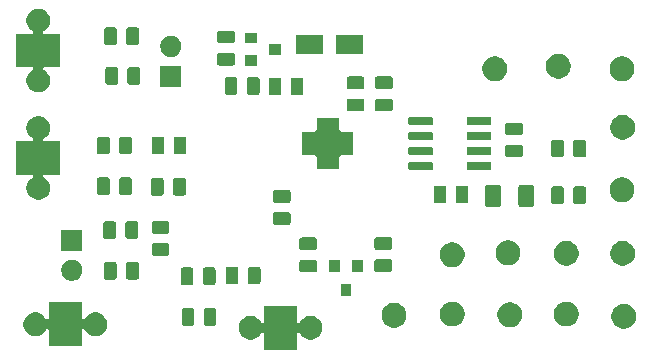
<source format=gbr>
G04 #@! TF.GenerationSoftware,KiCad,Pcbnew,(5.1.5-0)*
G04 #@! TF.CreationDate,2020-04-26T22:39:22-07:00*
G04 #@! TF.ProjectId,Solar-Battery-Charger,536f6c61-722d-4426-9174-746572792d43,rev?*
G04 #@! TF.SameCoordinates,Original*
G04 #@! TF.FileFunction,Soldermask,Top*
G04 #@! TF.FilePolarity,Negative*
%FSLAX46Y46*%
G04 Gerber Fmt 4.6, Leading zero omitted, Abs format (unit mm)*
G04 Created by KiCad (PCBNEW (5.1.5-0)) date 2020-04-26 22:39:22*
%MOMM*%
%LPD*%
G04 APERTURE LIST*
%ADD10C,0.100000*%
G04 APERTURE END LIST*
D10*
G36*
X202222300Y-116673218D02*
G01*
X202224702Y-116697604D01*
X202231815Y-116721053D01*
X202243366Y-116742664D01*
X202258911Y-116761606D01*
X202277853Y-116777151D01*
X202299464Y-116788702D01*
X202322913Y-116795815D01*
X202347299Y-116798217D01*
X202371685Y-116795815D01*
X202395134Y-116788702D01*
X202416745Y-116777151D01*
X202435687Y-116761606D01*
X202451232Y-116742664D01*
X202462783Y-116721052D01*
X202463108Y-116720267D01*
X202463109Y-116720264D01*
X202572930Y-116555906D01*
X202712706Y-116416130D01*
X202877064Y-116306309D01*
X203059690Y-116230663D01*
X203225975Y-116197588D01*
X203253563Y-116192100D01*
X203451237Y-116192100D01*
X203478825Y-116197588D01*
X203645110Y-116230663D01*
X203827736Y-116306309D01*
X203992094Y-116416130D01*
X204131870Y-116555906D01*
X204241691Y-116720264D01*
X204317337Y-116902890D01*
X204344174Y-117037811D01*
X204352208Y-117078200D01*
X204355900Y-117096764D01*
X204355900Y-117294436D01*
X204317337Y-117488310D01*
X204241691Y-117670936D01*
X204131870Y-117835294D01*
X203992094Y-117975070D01*
X203827736Y-118084891D01*
X203645110Y-118160537D01*
X203478825Y-118193612D01*
X203451237Y-118199100D01*
X203253563Y-118199100D01*
X203225975Y-118193612D01*
X203059690Y-118160537D01*
X202877064Y-118084891D01*
X202712706Y-117975070D01*
X202572930Y-117835294D01*
X202463109Y-117670936D01*
X202462781Y-117670145D01*
X202451232Y-117648537D01*
X202435687Y-117629595D01*
X202416745Y-117614050D01*
X202395135Y-117602498D01*
X202371686Y-117595385D01*
X202347300Y-117592983D01*
X202322914Y-117595385D01*
X202299465Y-117602498D01*
X202277854Y-117614049D01*
X202258912Y-117629594D01*
X202243367Y-117648536D01*
X202231815Y-117670146D01*
X202224702Y-117693595D01*
X202222300Y-117717982D01*
X202222300Y-119062700D01*
X199402500Y-119062700D01*
X199402500Y-117717982D01*
X199400098Y-117693596D01*
X199392985Y-117670147D01*
X199381434Y-117648536D01*
X199365889Y-117629594D01*
X199346947Y-117614049D01*
X199325336Y-117602498D01*
X199301887Y-117595385D01*
X199277501Y-117592983D01*
X199253115Y-117595385D01*
X199229666Y-117602498D01*
X199208055Y-117614049D01*
X199189113Y-117629594D01*
X199173568Y-117648536D01*
X199162019Y-117670145D01*
X199161691Y-117670936D01*
X199051870Y-117835294D01*
X198912094Y-117975070D01*
X198747736Y-118084891D01*
X198565110Y-118160537D01*
X198398825Y-118193612D01*
X198371237Y-118199100D01*
X198173563Y-118199100D01*
X198145975Y-118193612D01*
X197979690Y-118160537D01*
X197797064Y-118084891D01*
X197632706Y-117975070D01*
X197492930Y-117835294D01*
X197383109Y-117670936D01*
X197307463Y-117488310D01*
X197268900Y-117294436D01*
X197268900Y-117096764D01*
X197272593Y-117078200D01*
X197280626Y-117037811D01*
X197307463Y-116902890D01*
X197383109Y-116720264D01*
X197492930Y-116555906D01*
X197632706Y-116416130D01*
X197797064Y-116306309D01*
X197979690Y-116230663D01*
X198145975Y-116197588D01*
X198173563Y-116192100D01*
X198371237Y-116192100D01*
X198398825Y-116197588D01*
X198565110Y-116230663D01*
X198747736Y-116306309D01*
X198912094Y-116416130D01*
X199051870Y-116555906D01*
X199161691Y-116720264D01*
X199161692Y-116720267D01*
X199162017Y-116721052D01*
X199173568Y-116742663D01*
X199189113Y-116761605D01*
X199208055Y-116777150D01*
X199229665Y-116788702D01*
X199253114Y-116795815D01*
X199277500Y-116798217D01*
X199301886Y-116795815D01*
X199325335Y-116788702D01*
X199346946Y-116777151D01*
X199365888Y-116761606D01*
X199381433Y-116742664D01*
X199392985Y-116721054D01*
X199400098Y-116697605D01*
X199402500Y-116673218D01*
X199402500Y-115328500D01*
X202222300Y-115328500D01*
X202222300Y-116673218D01*
G37*
G36*
X183985100Y-116368418D02*
G01*
X183987502Y-116392804D01*
X183994615Y-116416253D01*
X184006166Y-116437864D01*
X184021711Y-116456806D01*
X184040653Y-116472351D01*
X184062264Y-116483902D01*
X184085713Y-116491015D01*
X184110099Y-116493417D01*
X184134485Y-116491015D01*
X184157934Y-116483902D01*
X184179545Y-116472351D01*
X184198487Y-116456806D01*
X184214032Y-116437864D01*
X184225583Y-116416252D01*
X184225634Y-116416130D01*
X184225909Y-116415464D01*
X184335730Y-116251106D01*
X184475506Y-116111330D01*
X184639864Y-116001509D01*
X184822490Y-115925863D01*
X184988775Y-115892788D01*
X185016363Y-115887300D01*
X185214037Y-115887300D01*
X185241625Y-115892788D01*
X185407910Y-115925863D01*
X185590536Y-116001509D01*
X185754894Y-116111330D01*
X185894670Y-116251106D01*
X186004491Y-116415464D01*
X186080137Y-116598090D01*
X186118700Y-116791964D01*
X186118700Y-116989636D01*
X186080137Y-117183510D01*
X186004491Y-117366136D01*
X185894670Y-117530494D01*
X185754894Y-117670270D01*
X185590536Y-117780091D01*
X185407910Y-117855737D01*
X185241625Y-117888812D01*
X185214037Y-117894300D01*
X185016363Y-117894300D01*
X184988775Y-117888812D01*
X184822490Y-117855737D01*
X184639864Y-117780091D01*
X184475506Y-117670270D01*
X184335730Y-117530494D01*
X184225909Y-117366136D01*
X184225581Y-117365345D01*
X184214032Y-117343737D01*
X184198487Y-117324795D01*
X184179545Y-117309250D01*
X184157935Y-117297698D01*
X184134486Y-117290585D01*
X184110100Y-117288183D01*
X184085714Y-117290585D01*
X184062265Y-117297698D01*
X184040654Y-117309249D01*
X184021712Y-117324794D01*
X184006167Y-117343736D01*
X183994615Y-117365346D01*
X183987502Y-117388795D01*
X183985100Y-117413182D01*
X183985100Y-118757900D01*
X181165300Y-118757900D01*
X181165300Y-117413182D01*
X181162898Y-117388796D01*
X181155785Y-117365347D01*
X181144234Y-117343736D01*
X181128689Y-117324794D01*
X181109747Y-117309249D01*
X181088136Y-117297698D01*
X181064687Y-117290585D01*
X181040301Y-117288183D01*
X181015915Y-117290585D01*
X180992466Y-117297698D01*
X180970855Y-117309249D01*
X180951913Y-117324794D01*
X180936368Y-117343736D01*
X180924819Y-117365345D01*
X180924491Y-117366136D01*
X180814670Y-117530494D01*
X180674894Y-117670270D01*
X180510536Y-117780091D01*
X180327910Y-117855737D01*
X180161625Y-117888812D01*
X180134037Y-117894300D01*
X179936363Y-117894300D01*
X179908775Y-117888812D01*
X179742490Y-117855737D01*
X179559864Y-117780091D01*
X179395506Y-117670270D01*
X179255730Y-117530494D01*
X179145909Y-117366136D01*
X179070263Y-117183510D01*
X179031700Y-116989636D01*
X179031700Y-116791964D01*
X179070263Y-116598090D01*
X179145909Y-116415464D01*
X179255730Y-116251106D01*
X179395506Y-116111330D01*
X179559864Y-116001509D01*
X179742490Y-115925863D01*
X179908775Y-115892788D01*
X179936363Y-115887300D01*
X180134037Y-115887300D01*
X180161625Y-115892788D01*
X180327910Y-115925863D01*
X180510536Y-116001509D01*
X180674894Y-116111330D01*
X180814670Y-116251106D01*
X180924491Y-116415464D01*
X180924767Y-116416130D01*
X180924817Y-116416252D01*
X180936368Y-116437863D01*
X180951913Y-116456805D01*
X180970855Y-116472350D01*
X180992465Y-116483902D01*
X181015914Y-116491015D01*
X181040300Y-116493417D01*
X181064686Y-116491015D01*
X181088135Y-116483902D01*
X181109746Y-116472351D01*
X181128688Y-116456806D01*
X181144233Y-116437864D01*
X181155785Y-116416254D01*
X181162898Y-116392805D01*
X181165300Y-116368418D01*
X181165300Y-115023700D01*
X183985100Y-115023700D01*
X183985100Y-116368418D01*
G37*
G36*
X230176564Y-115219789D02*
G01*
X230277589Y-115261635D01*
X230367835Y-115299016D01*
X230539973Y-115414035D01*
X230686365Y-115560427D01*
X230793413Y-115720635D01*
X230801385Y-115732567D01*
X230880611Y-115923836D01*
X230921000Y-116126884D01*
X230921000Y-116333916D01*
X230880611Y-116536964D01*
X230801385Y-116728233D01*
X230801384Y-116728235D01*
X230686365Y-116900373D01*
X230539973Y-117046765D01*
X230367835Y-117161784D01*
X230367834Y-117161785D01*
X230367833Y-117161785D01*
X230176564Y-117241011D01*
X229973516Y-117281400D01*
X229766484Y-117281400D01*
X229563436Y-117241011D01*
X229372167Y-117161785D01*
X229372166Y-117161785D01*
X229372165Y-117161784D01*
X229200027Y-117046765D01*
X229053635Y-116900373D01*
X228938616Y-116728235D01*
X228938615Y-116728233D01*
X228859389Y-116536964D01*
X228819000Y-116333916D01*
X228819000Y-116126884D01*
X228859389Y-115923836D01*
X228938615Y-115732567D01*
X228946588Y-115720635D01*
X229053635Y-115560427D01*
X229200027Y-115414035D01*
X229372165Y-115299016D01*
X229462411Y-115261635D01*
X229563436Y-115219789D01*
X229766484Y-115179400D01*
X229973516Y-115179400D01*
X230176564Y-115219789D01*
G37*
G36*
X210720164Y-115118189D02*
G01*
X210911433Y-115197415D01*
X210911435Y-115197416D01*
X211083573Y-115312435D01*
X211229965Y-115458827D01*
X211318403Y-115591183D01*
X211344985Y-115630967D01*
X211424211Y-115822236D01*
X211464600Y-116025284D01*
X211464600Y-116232316D01*
X211424211Y-116435364D01*
X211374281Y-116555906D01*
X211344984Y-116626635D01*
X211229965Y-116798773D01*
X211083573Y-116945165D01*
X210911435Y-117060184D01*
X210911434Y-117060185D01*
X210911433Y-117060185D01*
X210720164Y-117139411D01*
X210517116Y-117179800D01*
X210310084Y-117179800D01*
X210107036Y-117139411D01*
X209915767Y-117060185D01*
X209915766Y-117060185D01*
X209915765Y-117060184D01*
X209743627Y-116945165D01*
X209597235Y-116798773D01*
X209482216Y-116626635D01*
X209452919Y-116555906D01*
X209402989Y-116435364D01*
X209362600Y-116232316D01*
X209362600Y-116025284D01*
X209402989Y-115822236D01*
X209482215Y-115630967D01*
X209508798Y-115591183D01*
X209597235Y-115458827D01*
X209743627Y-115312435D01*
X209915765Y-115197416D01*
X209915767Y-115197415D01*
X210107036Y-115118189D01*
X210310084Y-115077800D01*
X210517116Y-115077800D01*
X210720164Y-115118189D01*
G37*
G36*
X220524564Y-115067389D02*
G01*
X220715833Y-115146615D01*
X220715835Y-115146616D01*
X220887973Y-115261635D01*
X221034365Y-115408027D01*
X221129693Y-115550695D01*
X221149385Y-115580167D01*
X221228611Y-115771436D01*
X221269000Y-115974484D01*
X221269000Y-116181516D01*
X221228611Y-116384564D01*
X221157639Y-116555906D01*
X221149384Y-116575835D01*
X221034365Y-116747973D01*
X220887973Y-116894365D01*
X220715835Y-117009384D01*
X220715834Y-117009385D01*
X220715833Y-117009385D01*
X220524564Y-117088611D01*
X220321516Y-117129000D01*
X220114484Y-117129000D01*
X219911436Y-117088611D01*
X219720167Y-117009385D01*
X219720166Y-117009385D01*
X219720165Y-117009384D01*
X219548027Y-116894365D01*
X219401635Y-116747973D01*
X219286616Y-116575835D01*
X219278361Y-116555906D01*
X219207389Y-116384564D01*
X219167000Y-116181516D01*
X219167000Y-115974484D01*
X219207389Y-115771436D01*
X219286615Y-115580167D01*
X219306308Y-115550695D01*
X219401635Y-115408027D01*
X219548027Y-115261635D01*
X219720165Y-115146616D01*
X219720167Y-115146615D01*
X219911436Y-115067389D01*
X220114484Y-115027000D01*
X220321516Y-115027000D01*
X220524564Y-115067389D01*
G37*
G36*
X225299764Y-115016589D02*
G01*
X225491033Y-115095815D01*
X225491035Y-115095816D01*
X225616127Y-115179400D01*
X225663173Y-115210835D01*
X225809565Y-115357227D01*
X225924585Y-115529367D01*
X226003811Y-115720636D01*
X226044200Y-115923684D01*
X226044200Y-116130716D01*
X226003811Y-116333764D01*
X225937681Y-116493417D01*
X225924584Y-116525035D01*
X225809565Y-116697173D01*
X225663173Y-116843565D01*
X225491035Y-116958584D01*
X225491034Y-116958585D01*
X225491033Y-116958585D01*
X225299764Y-117037811D01*
X225096716Y-117078200D01*
X224889684Y-117078200D01*
X224686636Y-117037811D01*
X224495367Y-116958585D01*
X224495366Y-116958585D01*
X224495365Y-116958584D01*
X224323227Y-116843565D01*
X224176835Y-116697173D01*
X224061816Y-116525035D01*
X224048719Y-116493417D01*
X223982589Y-116333764D01*
X223942200Y-116130716D01*
X223942200Y-115923684D01*
X223982589Y-115720636D01*
X224061815Y-115529367D01*
X224176835Y-115357227D01*
X224323227Y-115210835D01*
X224370273Y-115179400D01*
X224495365Y-115095816D01*
X224495367Y-115095815D01*
X224686636Y-115016589D01*
X224889684Y-114976200D01*
X225096716Y-114976200D01*
X225299764Y-115016589D01*
G37*
G36*
X215647764Y-115016589D02*
G01*
X215839033Y-115095815D01*
X215839035Y-115095816D01*
X215964127Y-115179400D01*
X216011173Y-115210835D01*
X216157565Y-115357227D01*
X216272585Y-115529367D01*
X216351811Y-115720636D01*
X216392200Y-115923684D01*
X216392200Y-116130716D01*
X216351811Y-116333764D01*
X216285681Y-116493417D01*
X216272584Y-116525035D01*
X216157565Y-116697173D01*
X216011173Y-116843565D01*
X215839035Y-116958584D01*
X215839034Y-116958585D01*
X215839033Y-116958585D01*
X215647764Y-117037811D01*
X215444716Y-117078200D01*
X215237684Y-117078200D01*
X215034636Y-117037811D01*
X214843367Y-116958585D01*
X214843366Y-116958585D01*
X214843365Y-116958584D01*
X214671227Y-116843565D01*
X214524835Y-116697173D01*
X214409816Y-116525035D01*
X214396719Y-116493417D01*
X214330589Y-116333764D01*
X214290200Y-116130716D01*
X214290200Y-115923684D01*
X214330589Y-115720636D01*
X214409815Y-115529367D01*
X214524835Y-115357227D01*
X214671227Y-115210835D01*
X214718273Y-115179400D01*
X214843365Y-115095816D01*
X214843367Y-115095815D01*
X215034636Y-115016589D01*
X215237684Y-114976200D01*
X215444716Y-114976200D01*
X215647764Y-115016589D01*
G37*
G36*
X195213068Y-115534765D02*
G01*
X195251738Y-115546496D01*
X195287377Y-115565546D01*
X195318617Y-115591183D01*
X195344254Y-115622423D01*
X195363304Y-115658062D01*
X195375035Y-115696732D01*
X195379600Y-115743088D01*
X195379600Y-116819312D01*
X195375035Y-116865668D01*
X195363304Y-116904338D01*
X195344254Y-116939977D01*
X195318617Y-116971217D01*
X195287377Y-116996854D01*
X195251738Y-117015904D01*
X195213068Y-117027635D01*
X195166712Y-117032200D01*
X194515488Y-117032200D01*
X194469132Y-117027635D01*
X194430462Y-117015904D01*
X194394823Y-116996854D01*
X194363583Y-116971217D01*
X194337946Y-116939977D01*
X194318896Y-116904338D01*
X194307165Y-116865668D01*
X194302600Y-116819312D01*
X194302600Y-115743088D01*
X194307165Y-115696732D01*
X194318896Y-115658062D01*
X194337946Y-115622423D01*
X194363583Y-115591183D01*
X194394823Y-115565546D01*
X194430462Y-115546496D01*
X194469132Y-115534765D01*
X194515488Y-115530200D01*
X195166712Y-115530200D01*
X195213068Y-115534765D01*
G37*
G36*
X193338068Y-115534765D02*
G01*
X193376738Y-115546496D01*
X193412377Y-115565546D01*
X193443617Y-115591183D01*
X193469254Y-115622423D01*
X193488304Y-115658062D01*
X193500035Y-115696732D01*
X193504600Y-115743088D01*
X193504600Y-116819312D01*
X193500035Y-116865668D01*
X193488304Y-116904338D01*
X193469254Y-116939977D01*
X193443617Y-116971217D01*
X193412377Y-116996854D01*
X193376738Y-117015904D01*
X193338068Y-117027635D01*
X193291712Y-117032200D01*
X192640488Y-117032200D01*
X192594132Y-117027635D01*
X192555462Y-117015904D01*
X192519823Y-116996854D01*
X192488583Y-116971217D01*
X192462946Y-116939977D01*
X192443896Y-116904338D01*
X192432165Y-116865668D01*
X192427600Y-116819312D01*
X192427600Y-115743088D01*
X192432165Y-115696732D01*
X192443896Y-115658062D01*
X192462946Y-115622423D01*
X192488583Y-115591183D01*
X192519823Y-115565546D01*
X192555462Y-115546496D01*
X192594132Y-115534765D01*
X192640488Y-115530200D01*
X193291712Y-115530200D01*
X193338068Y-115534765D01*
G37*
G36*
X206800600Y-114480200D02*
G01*
X205898600Y-114480200D01*
X205898600Y-113478200D01*
X206800600Y-113478200D01*
X206800600Y-114480200D01*
G37*
G36*
X193264168Y-112080365D02*
G01*
X193302838Y-112092096D01*
X193338477Y-112111146D01*
X193369717Y-112136783D01*
X193395354Y-112168023D01*
X193414404Y-112203662D01*
X193426135Y-112242332D01*
X193430700Y-112288688D01*
X193430700Y-113364912D01*
X193426135Y-113411268D01*
X193414404Y-113449938D01*
X193395354Y-113485577D01*
X193369717Y-113516817D01*
X193338477Y-113542454D01*
X193302838Y-113561504D01*
X193264168Y-113573235D01*
X193217812Y-113577800D01*
X192566588Y-113577800D01*
X192520232Y-113573235D01*
X192481562Y-113561504D01*
X192445923Y-113542454D01*
X192414683Y-113516817D01*
X192389046Y-113485577D01*
X192369996Y-113449938D01*
X192358265Y-113411268D01*
X192353700Y-113364912D01*
X192353700Y-112288688D01*
X192358265Y-112242332D01*
X192369996Y-112203662D01*
X192389046Y-112168023D01*
X192414683Y-112136783D01*
X192445923Y-112111146D01*
X192481562Y-112092096D01*
X192520232Y-112080365D01*
X192566588Y-112075800D01*
X193217812Y-112075800D01*
X193264168Y-112080365D01*
G37*
G36*
X195139168Y-112080365D02*
G01*
X195177838Y-112092096D01*
X195213477Y-112111146D01*
X195244717Y-112136783D01*
X195270354Y-112168023D01*
X195289404Y-112203662D01*
X195301135Y-112242332D01*
X195305700Y-112288688D01*
X195305700Y-113364912D01*
X195301135Y-113411268D01*
X195289404Y-113449938D01*
X195270354Y-113485577D01*
X195244717Y-113516817D01*
X195213477Y-113542454D01*
X195177838Y-113561504D01*
X195139168Y-113573235D01*
X195092812Y-113577800D01*
X194441588Y-113577800D01*
X194395232Y-113573235D01*
X194356562Y-113561504D01*
X194320923Y-113542454D01*
X194289683Y-113516817D01*
X194264046Y-113485577D01*
X194244996Y-113449938D01*
X194233265Y-113411268D01*
X194228700Y-113364912D01*
X194228700Y-112288688D01*
X194233265Y-112242332D01*
X194244996Y-112203662D01*
X194264046Y-112168023D01*
X194289683Y-112136783D01*
X194320923Y-112111146D01*
X194356562Y-112092096D01*
X194395232Y-112080365D01*
X194441588Y-112075800D01*
X195092812Y-112075800D01*
X195139168Y-112080365D01*
G37*
G36*
X197074168Y-112029565D02*
G01*
X197112838Y-112041296D01*
X197148477Y-112060346D01*
X197179717Y-112085983D01*
X197205354Y-112117223D01*
X197224404Y-112152862D01*
X197236135Y-112191532D01*
X197240700Y-112237888D01*
X197240700Y-113314112D01*
X197236135Y-113360468D01*
X197224404Y-113399138D01*
X197205354Y-113434777D01*
X197179717Y-113466017D01*
X197148477Y-113491654D01*
X197112838Y-113510704D01*
X197074168Y-113522435D01*
X197027812Y-113527000D01*
X196376588Y-113527000D01*
X196330232Y-113522435D01*
X196291562Y-113510704D01*
X196255923Y-113491654D01*
X196224683Y-113466017D01*
X196199046Y-113434777D01*
X196179996Y-113399138D01*
X196168265Y-113360468D01*
X196163700Y-113314112D01*
X196163700Y-112237888D01*
X196168265Y-112191532D01*
X196179996Y-112152862D01*
X196199046Y-112117223D01*
X196224683Y-112085983D01*
X196255923Y-112060346D01*
X196291562Y-112041296D01*
X196330232Y-112029565D01*
X196376588Y-112025000D01*
X197027812Y-112025000D01*
X197074168Y-112029565D01*
G37*
G36*
X198949168Y-112029565D02*
G01*
X198987838Y-112041296D01*
X199023477Y-112060346D01*
X199054717Y-112085983D01*
X199080354Y-112117223D01*
X199099404Y-112152862D01*
X199111135Y-112191532D01*
X199115700Y-112237888D01*
X199115700Y-113314112D01*
X199111135Y-113360468D01*
X199099404Y-113399138D01*
X199080354Y-113434777D01*
X199054717Y-113466017D01*
X199023477Y-113491654D01*
X198987838Y-113510704D01*
X198949168Y-113522435D01*
X198902812Y-113527000D01*
X198251588Y-113527000D01*
X198205232Y-113522435D01*
X198166562Y-113510704D01*
X198130923Y-113491654D01*
X198099683Y-113466017D01*
X198074046Y-113434777D01*
X198054996Y-113399138D01*
X198043265Y-113360468D01*
X198038700Y-113314112D01*
X198038700Y-112237888D01*
X198043265Y-112191532D01*
X198054996Y-112152862D01*
X198074046Y-112117223D01*
X198099683Y-112085983D01*
X198130923Y-112060346D01*
X198166562Y-112041296D01*
X198205232Y-112029565D01*
X198251588Y-112025000D01*
X198902812Y-112025000D01*
X198949168Y-112029565D01*
G37*
G36*
X183247512Y-111422727D02*
G01*
X183396812Y-111452424D01*
X183560784Y-111520344D01*
X183708354Y-111618947D01*
X183833853Y-111744446D01*
X183932456Y-111892016D01*
X184000376Y-112055988D01*
X184035000Y-112230059D01*
X184035000Y-112407541D01*
X184000376Y-112581612D01*
X183932456Y-112745584D01*
X183833853Y-112893154D01*
X183708354Y-113018653D01*
X183560784Y-113117256D01*
X183396812Y-113185176D01*
X183247512Y-113214873D01*
X183222742Y-113219800D01*
X183045258Y-113219800D01*
X183020488Y-113214873D01*
X182871188Y-113185176D01*
X182707216Y-113117256D01*
X182559646Y-113018653D01*
X182434147Y-112893154D01*
X182335544Y-112745584D01*
X182267624Y-112581612D01*
X182233000Y-112407541D01*
X182233000Y-112230059D01*
X182267624Y-112055988D01*
X182335544Y-111892016D01*
X182434147Y-111744446D01*
X182559646Y-111618947D01*
X182707216Y-111520344D01*
X182871188Y-111452424D01*
X183020488Y-111422727D01*
X183045258Y-111417800D01*
X183222742Y-111417800D01*
X183247512Y-111422727D01*
G37*
G36*
X188636768Y-111623165D02*
G01*
X188675438Y-111634896D01*
X188711077Y-111653946D01*
X188742317Y-111679583D01*
X188767954Y-111710823D01*
X188787004Y-111746462D01*
X188798735Y-111785132D01*
X188803300Y-111831488D01*
X188803300Y-112907712D01*
X188798735Y-112954068D01*
X188787004Y-112992738D01*
X188767954Y-113028377D01*
X188742317Y-113059617D01*
X188711077Y-113085254D01*
X188675438Y-113104304D01*
X188636768Y-113116035D01*
X188590412Y-113120600D01*
X187939188Y-113120600D01*
X187892832Y-113116035D01*
X187854162Y-113104304D01*
X187818523Y-113085254D01*
X187787283Y-113059617D01*
X187761646Y-113028377D01*
X187742596Y-112992738D01*
X187730865Y-112954068D01*
X187726300Y-112907712D01*
X187726300Y-111831488D01*
X187730865Y-111785132D01*
X187742596Y-111746462D01*
X187761646Y-111710823D01*
X187787283Y-111679583D01*
X187818523Y-111653946D01*
X187854162Y-111634896D01*
X187892832Y-111623165D01*
X187939188Y-111618600D01*
X188590412Y-111618600D01*
X188636768Y-111623165D01*
G37*
G36*
X186761768Y-111623165D02*
G01*
X186800438Y-111634896D01*
X186836077Y-111653946D01*
X186867317Y-111679583D01*
X186892954Y-111710823D01*
X186912004Y-111746462D01*
X186923735Y-111785132D01*
X186928300Y-111831488D01*
X186928300Y-112907712D01*
X186923735Y-112954068D01*
X186912004Y-112992738D01*
X186892954Y-113028377D01*
X186867317Y-113059617D01*
X186836077Y-113085254D01*
X186800438Y-113104304D01*
X186761768Y-113116035D01*
X186715412Y-113120600D01*
X186064188Y-113120600D01*
X186017832Y-113116035D01*
X185979162Y-113104304D01*
X185943523Y-113085254D01*
X185912283Y-113059617D01*
X185886646Y-113028377D01*
X185867596Y-112992738D01*
X185855865Y-112954068D01*
X185851300Y-112907712D01*
X185851300Y-111831488D01*
X185855865Y-111785132D01*
X185867596Y-111746462D01*
X185886646Y-111710823D01*
X185912283Y-111679583D01*
X185943523Y-111653946D01*
X185979162Y-111634896D01*
X186017832Y-111623165D01*
X186064188Y-111618600D01*
X186715412Y-111618600D01*
X186761768Y-111623165D01*
G37*
G36*
X203733668Y-111429265D02*
G01*
X203772338Y-111440996D01*
X203807977Y-111460046D01*
X203839217Y-111485683D01*
X203864854Y-111516923D01*
X203883904Y-111552562D01*
X203895635Y-111591232D01*
X203900200Y-111637588D01*
X203900200Y-112288812D01*
X203895635Y-112335168D01*
X203883904Y-112373838D01*
X203864854Y-112409477D01*
X203839217Y-112440717D01*
X203807977Y-112466354D01*
X203772338Y-112485404D01*
X203733668Y-112497135D01*
X203687312Y-112501700D01*
X202611088Y-112501700D01*
X202564732Y-112497135D01*
X202526062Y-112485404D01*
X202490423Y-112466354D01*
X202459183Y-112440717D01*
X202433546Y-112409477D01*
X202414496Y-112373838D01*
X202402765Y-112335168D01*
X202398200Y-112288812D01*
X202398200Y-111637588D01*
X202402765Y-111591232D01*
X202414496Y-111552562D01*
X202433546Y-111516923D01*
X202459183Y-111485683D01*
X202490423Y-111460046D01*
X202526062Y-111440996D01*
X202564732Y-111429265D01*
X202611088Y-111424700D01*
X203687312Y-111424700D01*
X203733668Y-111429265D01*
G37*
G36*
X205850600Y-112480200D02*
G01*
X204948600Y-112480200D01*
X204948600Y-111478200D01*
X205850600Y-111478200D01*
X205850600Y-112480200D01*
G37*
G36*
X207750600Y-112480200D02*
G01*
X206848600Y-112480200D01*
X206848600Y-111478200D01*
X207750600Y-111478200D01*
X207750600Y-112480200D01*
G37*
G36*
X210083668Y-111401565D02*
G01*
X210122338Y-111413296D01*
X210157977Y-111432346D01*
X210189217Y-111457983D01*
X210214854Y-111489223D01*
X210233904Y-111524862D01*
X210245635Y-111563532D01*
X210250200Y-111609888D01*
X210250200Y-112261112D01*
X210245635Y-112307468D01*
X210233904Y-112346138D01*
X210214854Y-112381777D01*
X210189217Y-112413017D01*
X210157977Y-112438654D01*
X210122338Y-112457704D01*
X210083668Y-112469435D01*
X210037312Y-112474000D01*
X208961088Y-112474000D01*
X208914732Y-112469435D01*
X208876062Y-112457704D01*
X208840423Y-112438654D01*
X208809183Y-112413017D01*
X208783546Y-112381777D01*
X208764496Y-112346138D01*
X208752765Y-112307468D01*
X208748200Y-112261112D01*
X208748200Y-111609888D01*
X208752765Y-111563532D01*
X208764496Y-111524862D01*
X208783546Y-111489223D01*
X208809183Y-111457983D01*
X208840423Y-111432346D01*
X208876062Y-111413296D01*
X208914732Y-111401565D01*
X208961088Y-111397000D01*
X210037312Y-111397000D01*
X210083668Y-111401565D01*
G37*
G36*
X215647764Y-109987389D02*
G01*
X215839033Y-110066615D01*
X215839035Y-110066616D01*
X216011173Y-110181635D01*
X216157565Y-110328027D01*
X216253189Y-110471138D01*
X216272585Y-110500167D01*
X216351811Y-110691436D01*
X216392200Y-110894484D01*
X216392200Y-111101516D01*
X216351811Y-111304564D01*
X216279889Y-111478200D01*
X216272584Y-111495835D01*
X216157565Y-111667973D01*
X216011173Y-111814365D01*
X215839035Y-111929384D01*
X215839034Y-111929385D01*
X215839033Y-111929385D01*
X215647764Y-112008611D01*
X215444716Y-112049000D01*
X215237684Y-112049000D01*
X215034636Y-112008611D01*
X214843367Y-111929385D01*
X214843366Y-111929385D01*
X214843365Y-111929384D01*
X214671227Y-111814365D01*
X214524835Y-111667973D01*
X214409816Y-111495835D01*
X214402511Y-111478200D01*
X214330589Y-111304564D01*
X214290200Y-111101516D01*
X214290200Y-110894484D01*
X214330589Y-110691436D01*
X214409815Y-110500167D01*
X214429212Y-110471138D01*
X214524835Y-110328027D01*
X214671227Y-110181635D01*
X214843365Y-110066616D01*
X214843367Y-110066615D01*
X215034636Y-109987389D01*
X215237684Y-109947000D01*
X215444716Y-109947000D01*
X215647764Y-109987389D01*
G37*
G36*
X230074964Y-109885789D02*
G01*
X230266233Y-109965015D01*
X230266235Y-109965016D01*
X230438373Y-110080035D01*
X230584765Y-110226427D01*
X230665841Y-110347765D01*
X230699785Y-110398567D01*
X230779011Y-110589836D01*
X230819400Y-110792884D01*
X230819400Y-110999916D01*
X230779011Y-111202964D01*
X230720827Y-111343433D01*
X230699784Y-111394235D01*
X230584765Y-111566373D01*
X230438373Y-111712765D01*
X230266235Y-111827784D01*
X230266234Y-111827785D01*
X230266233Y-111827785D01*
X230074964Y-111907011D01*
X229871916Y-111947400D01*
X229664884Y-111947400D01*
X229461836Y-111907011D01*
X229270567Y-111827785D01*
X229270566Y-111827785D01*
X229270565Y-111827784D01*
X229098427Y-111712765D01*
X228952035Y-111566373D01*
X228837016Y-111394235D01*
X228815973Y-111343433D01*
X228757789Y-111202964D01*
X228717400Y-110999916D01*
X228717400Y-110792884D01*
X228757789Y-110589836D01*
X228837015Y-110398567D01*
X228870960Y-110347765D01*
X228952035Y-110226427D01*
X229098427Y-110080035D01*
X229270565Y-109965016D01*
X229270567Y-109965015D01*
X229461836Y-109885789D01*
X229664884Y-109845400D01*
X229871916Y-109845400D01*
X230074964Y-109885789D01*
G37*
G36*
X225299764Y-109885789D02*
G01*
X225491033Y-109965015D01*
X225491035Y-109965016D01*
X225663173Y-110080035D01*
X225809565Y-110226427D01*
X225890641Y-110347765D01*
X225924585Y-110398567D01*
X226003811Y-110589836D01*
X226044200Y-110792884D01*
X226044200Y-110999916D01*
X226003811Y-111202964D01*
X225945627Y-111343433D01*
X225924584Y-111394235D01*
X225809565Y-111566373D01*
X225663173Y-111712765D01*
X225491035Y-111827784D01*
X225491034Y-111827785D01*
X225491033Y-111827785D01*
X225299764Y-111907011D01*
X225096716Y-111947400D01*
X224889684Y-111947400D01*
X224686636Y-111907011D01*
X224495367Y-111827785D01*
X224495366Y-111827785D01*
X224495365Y-111827784D01*
X224323227Y-111712765D01*
X224176835Y-111566373D01*
X224061816Y-111394235D01*
X224040773Y-111343433D01*
X223982589Y-111202964D01*
X223942200Y-110999916D01*
X223942200Y-110792884D01*
X223982589Y-110589836D01*
X224061815Y-110398567D01*
X224095760Y-110347765D01*
X224176835Y-110226427D01*
X224323227Y-110080035D01*
X224495365Y-109965016D01*
X224495367Y-109965015D01*
X224686636Y-109885789D01*
X224889684Y-109845400D01*
X225096716Y-109845400D01*
X225299764Y-109885789D01*
G37*
G36*
X220372164Y-109834989D02*
G01*
X220563433Y-109914215D01*
X220563435Y-109914216D01*
X220735573Y-110029235D01*
X220881965Y-110175627D01*
X220984947Y-110329750D01*
X220996985Y-110347767D01*
X221076211Y-110539036D01*
X221116600Y-110742084D01*
X221116600Y-110949116D01*
X221076211Y-111152164D01*
X220996985Y-111343433D01*
X220996984Y-111343435D01*
X220881965Y-111515573D01*
X220735573Y-111661965D01*
X220563435Y-111776984D01*
X220563434Y-111776985D01*
X220563433Y-111776985D01*
X220372164Y-111856211D01*
X220169116Y-111896600D01*
X219962084Y-111896600D01*
X219759036Y-111856211D01*
X219567767Y-111776985D01*
X219567766Y-111776985D01*
X219567765Y-111776984D01*
X219395627Y-111661965D01*
X219249235Y-111515573D01*
X219134216Y-111343435D01*
X219134215Y-111343433D01*
X219054989Y-111152164D01*
X219014600Y-110949116D01*
X219014600Y-110742084D01*
X219054989Y-110539036D01*
X219134215Y-110347767D01*
X219146254Y-110329750D01*
X219249235Y-110175627D01*
X219395627Y-110029235D01*
X219567765Y-109914216D01*
X219567767Y-109914215D01*
X219759036Y-109834989D01*
X219962084Y-109794600D01*
X220169116Y-109794600D01*
X220372164Y-109834989D01*
G37*
G36*
X191236868Y-110029965D02*
G01*
X191275538Y-110041696D01*
X191311177Y-110060746D01*
X191342417Y-110086383D01*
X191368054Y-110117623D01*
X191387104Y-110153262D01*
X191398835Y-110191932D01*
X191403400Y-110238288D01*
X191403400Y-110889512D01*
X191398835Y-110935868D01*
X191387104Y-110974538D01*
X191368054Y-111010177D01*
X191342417Y-111041417D01*
X191311177Y-111067054D01*
X191275538Y-111086104D01*
X191236868Y-111097835D01*
X191190512Y-111102400D01*
X190114288Y-111102400D01*
X190067932Y-111097835D01*
X190029262Y-111086104D01*
X189993623Y-111067054D01*
X189962383Y-111041417D01*
X189936746Y-111010177D01*
X189917696Y-110974538D01*
X189905965Y-110935868D01*
X189901400Y-110889512D01*
X189901400Y-110238288D01*
X189905965Y-110191932D01*
X189917696Y-110153262D01*
X189936746Y-110117623D01*
X189962383Y-110086383D01*
X189993623Y-110060746D01*
X190029262Y-110041696D01*
X190067932Y-110029965D01*
X190114288Y-110025400D01*
X191190512Y-110025400D01*
X191236868Y-110029965D01*
G37*
G36*
X184035000Y-110679800D02*
G01*
X182233000Y-110679800D01*
X182233000Y-108877800D01*
X184035000Y-108877800D01*
X184035000Y-110679800D01*
G37*
G36*
X203733668Y-109554265D02*
G01*
X203772338Y-109565996D01*
X203807977Y-109585046D01*
X203839217Y-109610683D01*
X203864854Y-109641923D01*
X203883904Y-109677562D01*
X203895635Y-109716232D01*
X203900200Y-109762588D01*
X203900200Y-110413812D01*
X203895635Y-110460168D01*
X203883904Y-110498838D01*
X203864854Y-110534477D01*
X203839217Y-110565717D01*
X203807977Y-110591354D01*
X203772338Y-110610404D01*
X203733668Y-110622135D01*
X203687312Y-110626700D01*
X202611088Y-110626700D01*
X202564732Y-110622135D01*
X202526062Y-110610404D01*
X202490423Y-110591354D01*
X202459183Y-110565717D01*
X202433546Y-110534477D01*
X202414496Y-110498838D01*
X202402765Y-110460168D01*
X202398200Y-110413812D01*
X202398200Y-109762588D01*
X202402765Y-109716232D01*
X202414496Y-109677562D01*
X202433546Y-109641923D01*
X202459183Y-109610683D01*
X202490423Y-109585046D01*
X202526062Y-109565996D01*
X202564732Y-109554265D01*
X202611088Y-109549700D01*
X203687312Y-109549700D01*
X203733668Y-109554265D01*
G37*
G36*
X210083668Y-109526565D02*
G01*
X210122338Y-109538296D01*
X210157977Y-109557346D01*
X210189217Y-109582983D01*
X210214854Y-109614223D01*
X210233904Y-109649862D01*
X210245635Y-109688532D01*
X210250200Y-109734888D01*
X210250200Y-110386112D01*
X210245635Y-110432468D01*
X210233904Y-110471138D01*
X210214854Y-110506777D01*
X210189217Y-110538017D01*
X210157977Y-110563654D01*
X210122338Y-110582704D01*
X210083668Y-110594435D01*
X210037312Y-110599000D01*
X208961088Y-110599000D01*
X208914732Y-110594435D01*
X208876062Y-110582704D01*
X208840423Y-110563654D01*
X208809183Y-110538017D01*
X208783546Y-110506777D01*
X208764496Y-110471138D01*
X208752765Y-110432468D01*
X208748200Y-110386112D01*
X208748200Y-109734888D01*
X208752765Y-109688532D01*
X208764496Y-109649862D01*
X208783546Y-109614223D01*
X208809183Y-109582983D01*
X208840423Y-109557346D01*
X208876062Y-109538296D01*
X208914732Y-109526565D01*
X208961088Y-109522000D01*
X210037312Y-109522000D01*
X210083668Y-109526565D01*
G37*
G36*
X188585968Y-108168765D02*
G01*
X188624638Y-108180496D01*
X188660277Y-108199546D01*
X188691517Y-108225183D01*
X188717154Y-108256423D01*
X188736204Y-108292062D01*
X188747935Y-108330732D01*
X188752500Y-108377088D01*
X188752500Y-109453312D01*
X188747935Y-109499668D01*
X188736204Y-109538338D01*
X188717154Y-109573977D01*
X188691517Y-109605217D01*
X188660277Y-109630854D01*
X188624638Y-109649904D01*
X188585968Y-109661635D01*
X188539612Y-109666200D01*
X187888388Y-109666200D01*
X187842032Y-109661635D01*
X187803362Y-109649904D01*
X187767723Y-109630854D01*
X187736483Y-109605217D01*
X187710846Y-109573977D01*
X187691796Y-109538338D01*
X187680065Y-109499668D01*
X187675500Y-109453312D01*
X187675500Y-108377088D01*
X187680065Y-108330732D01*
X187691796Y-108292062D01*
X187710846Y-108256423D01*
X187736483Y-108225183D01*
X187767723Y-108199546D01*
X187803362Y-108180496D01*
X187842032Y-108168765D01*
X187888388Y-108164200D01*
X188539612Y-108164200D01*
X188585968Y-108168765D01*
G37*
G36*
X186710968Y-108168765D02*
G01*
X186749638Y-108180496D01*
X186785277Y-108199546D01*
X186816517Y-108225183D01*
X186842154Y-108256423D01*
X186861204Y-108292062D01*
X186872935Y-108330732D01*
X186877500Y-108377088D01*
X186877500Y-109453312D01*
X186872935Y-109499668D01*
X186861204Y-109538338D01*
X186842154Y-109573977D01*
X186816517Y-109605217D01*
X186785277Y-109630854D01*
X186749638Y-109649904D01*
X186710968Y-109661635D01*
X186664612Y-109666200D01*
X186013388Y-109666200D01*
X185967032Y-109661635D01*
X185928362Y-109649904D01*
X185892723Y-109630854D01*
X185861483Y-109605217D01*
X185835846Y-109573977D01*
X185816796Y-109538338D01*
X185805065Y-109499668D01*
X185800500Y-109453312D01*
X185800500Y-108377088D01*
X185805065Y-108330732D01*
X185816796Y-108292062D01*
X185835846Y-108256423D01*
X185861483Y-108225183D01*
X185892723Y-108199546D01*
X185928362Y-108180496D01*
X185967032Y-108168765D01*
X186013388Y-108164200D01*
X186664612Y-108164200D01*
X186710968Y-108168765D01*
G37*
G36*
X191236868Y-108154965D02*
G01*
X191275538Y-108166696D01*
X191311177Y-108185746D01*
X191342417Y-108211383D01*
X191368054Y-108242623D01*
X191387104Y-108278262D01*
X191398835Y-108316932D01*
X191403400Y-108363288D01*
X191403400Y-109014512D01*
X191398835Y-109060868D01*
X191387104Y-109099538D01*
X191368054Y-109135177D01*
X191342417Y-109166417D01*
X191311177Y-109192054D01*
X191275538Y-109211104D01*
X191236868Y-109222835D01*
X191190512Y-109227400D01*
X190114288Y-109227400D01*
X190067932Y-109222835D01*
X190029262Y-109211104D01*
X189993623Y-109192054D01*
X189962383Y-109166417D01*
X189936746Y-109135177D01*
X189917696Y-109099538D01*
X189905965Y-109060868D01*
X189901400Y-109014512D01*
X189901400Y-108363288D01*
X189905965Y-108316932D01*
X189917696Y-108278262D01*
X189936746Y-108242623D01*
X189962383Y-108211383D01*
X189993623Y-108185746D01*
X190029262Y-108166696D01*
X190067932Y-108154965D01*
X190114288Y-108150400D01*
X191190512Y-108150400D01*
X191236868Y-108154965D01*
G37*
G36*
X201498468Y-107411465D02*
G01*
X201537138Y-107423196D01*
X201572777Y-107442246D01*
X201604017Y-107467883D01*
X201629654Y-107499123D01*
X201648704Y-107534762D01*
X201660435Y-107573432D01*
X201665000Y-107619788D01*
X201665000Y-108271012D01*
X201660435Y-108317368D01*
X201648704Y-108356038D01*
X201629654Y-108391677D01*
X201604017Y-108422917D01*
X201572777Y-108448554D01*
X201537138Y-108467604D01*
X201498468Y-108479335D01*
X201452112Y-108483900D01*
X200375888Y-108483900D01*
X200329532Y-108479335D01*
X200290862Y-108467604D01*
X200255223Y-108448554D01*
X200223983Y-108422917D01*
X200198346Y-108391677D01*
X200179296Y-108356038D01*
X200167565Y-108317368D01*
X200163000Y-108271012D01*
X200163000Y-107619788D01*
X200167565Y-107573432D01*
X200179296Y-107534762D01*
X200198346Y-107499123D01*
X200223983Y-107467883D01*
X200255223Y-107442246D01*
X200290862Y-107423196D01*
X200329532Y-107411465D01*
X200375888Y-107406900D01*
X201452112Y-107406900D01*
X201498468Y-107411465D01*
G37*
G36*
X222136604Y-105097947D02*
G01*
X222173144Y-105109032D01*
X222206821Y-105127033D01*
X222236341Y-105151259D01*
X222260567Y-105180779D01*
X222278568Y-105214456D01*
X222289653Y-105250996D01*
X222294000Y-105295138D01*
X222294000Y-106744062D01*
X222289653Y-106788204D01*
X222278568Y-106824744D01*
X222260567Y-106858421D01*
X222236341Y-106887941D01*
X222206821Y-106912167D01*
X222173144Y-106930168D01*
X222136604Y-106941253D01*
X222092462Y-106945600D01*
X221143538Y-106945600D01*
X221099396Y-106941253D01*
X221062856Y-106930168D01*
X221029179Y-106912167D01*
X220999659Y-106887941D01*
X220975433Y-106858421D01*
X220957432Y-106824744D01*
X220946347Y-106788204D01*
X220942000Y-106744062D01*
X220942000Y-105295138D01*
X220946347Y-105250996D01*
X220957432Y-105214456D01*
X220975433Y-105180779D01*
X220999659Y-105151259D01*
X221029179Y-105127033D01*
X221062856Y-105109032D01*
X221099396Y-105097947D01*
X221143538Y-105093600D01*
X222092462Y-105093600D01*
X222136604Y-105097947D01*
G37*
G36*
X219336604Y-105097947D02*
G01*
X219373144Y-105109032D01*
X219406821Y-105127033D01*
X219436341Y-105151259D01*
X219460567Y-105180779D01*
X219478568Y-105214456D01*
X219489653Y-105250996D01*
X219494000Y-105295138D01*
X219494000Y-106744062D01*
X219489653Y-106788204D01*
X219478568Y-106824744D01*
X219460567Y-106858421D01*
X219436341Y-106887941D01*
X219406821Y-106912167D01*
X219373144Y-106930168D01*
X219336604Y-106941253D01*
X219292462Y-106945600D01*
X218343538Y-106945600D01*
X218299396Y-106941253D01*
X218262856Y-106930168D01*
X218229179Y-106912167D01*
X218199659Y-106887941D01*
X218175433Y-106858421D01*
X218157432Y-106824744D01*
X218146347Y-106788204D01*
X218142000Y-106744062D01*
X218142000Y-105295138D01*
X218146347Y-105250996D01*
X218157432Y-105214456D01*
X218175433Y-105180779D01*
X218199659Y-105151259D01*
X218229179Y-105127033D01*
X218262856Y-105109032D01*
X218299396Y-105097947D01*
X218343538Y-105093600D01*
X219292462Y-105093600D01*
X219336604Y-105097947D01*
G37*
G36*
X226505868Y-105222365D02*
G01*
X226544538Y-105234096D01*
X226580177Y-105253146D01*
X226611417Y-105278783D01*
X226637054Y-105310023D01*
X226656104Y-105345662D01*
X226667835Y-105384332D01*
X226672400Y-105430688D01*
X226672400Y-106506912D01*
X226667835Y-106553268D01*
X226656104Y-106591938D01*
X226637054Y-106627577D01*
X226611417Y-106658817D01*
X226580177Y-106684454D01*
X226544538Y-106703504D01*
X226505868Y-106715235D01*
X226459512Y-106719800D01*
X225808288Y-106719800D01*
X225761932Y-106715235D01*
X225723262Y-106703504D01*
X225687623Y-106684454D01*
X225656383Y-106658817D01*
X225630746Y-106627577D01*
X225611696Y-106591938D01*
X225599965Y-106553268D01*
X225595400Y-106506912D01*
X225595400Y-105430688D01*
X225599965Y-105384332D01*
X225611696Y-105345662D01*
X225630746Y-105310023D01*
X225656383Y-105278783D01*
X225687623Y-105253146D01*
X225723262Y-105234096D01*
X225761932Y-105222365D01*
X225808288Y-105217800D01*
X226459512Y-105217800D01*
X226505868Y-105222365D01*
G37*
G36*
X224630868Y-105222365D02*
G01*
X224669538Y-105234096D01*
X224705177Y-105253146D01*
X224736417Y-105278783D01*
X224762054Y-105310023D01*
X224781104Y-105345662D01*
X224792835Y-105384332D01*
X224797400Y-105430688D01*
X224797400Y-106506912D01*
X224792835Y-106553268D01*
X224781104Y-106591938D01*
X224762054Y-106627577D01*
X224736417Y-106658817D01*
X224705177Y-106684454D01*
X224669538Y-106703504D01*
X224630868Y-106715235D01*
X224584512Y-106719800D01*
X223933288Y-106719800D01*
X223886932Y-106715235D01*
X223848262Y-106703504D01*
X223812623Y-106684454D01*
X223781383Y-106658817D01*
X223755746Y-106627577D01*
X223736696Y-106591938D01*
X223724965Y-106553268D01*
X223720400Y-106506912D01*
X223720400Y-105430688D01*
X223724965Y-105384332D01*
X223736696Y-105345662D01*
X223755746Y-105310023D01*
X223781383Y-105278783D01*
X223812623Y-105253146D01*
X223848262Y-105234096D01*
X223886932Y-105222365D01*
X223933288Y-105217800D01*
X224584512Y-105217800D01*
X224630868Y-105222365D01*
G37*
G36*
X216549068Y-105171565D02*
G01*
X216587738Y-105183296D01*
X216623377Y-105202346D01*
X216654617Y-105227983D01*
X216680254Y-105259223D01*
X216699304Y-105294862D01*
X216711035Y-105333532D01*
X216715600Y-105379888D01*
X216715600Y-106456112D01*
X216711035Y-106502468D01*
X216699304Y-106541138D01*
X216680254Y-106576777D01*
X216654617Y-106608017D01*
X216623377Y-106633654D01*
X216587738Y-106652704D01*
X216549068Y-106664435D01*
X216502712Y-106669000D01*
X215851488Y-106669000D01*
X215805132Y-106664435D01*
X215766462Y-106652704D01*
X215730823Y-106633654D01*
X215699583Y-106608017D01*
X215673946Y-106576777D01*
X215654896Y-106541138D01*
X215643165Y-106502468D01*
X215638600Y-106456112D01*
X215638600Y-105379888D01*
X215643165Y-105333532D01*
X215654896Y-105294862D01*
X215673946Y-105259223D01*
X215699583Y-105227983D01*
X215730823Y-105202346D01*
X215766462Y-105183296D01*
X215805132Y-105171565D01*
X215851488Y-105167000D01*
X216502712Y-105167000D01*
X216549068Y-105171565D01*
G37*
G36*
X214674068Y-105171565D02*
G01*
X214712738Y-105183296D01*
X214748377Y-105202346D01*
X214779617Y-105227983D01*
X214805254Y-105259223D01*
X214824304Y-105294862D01*
X214836035Y-105333532D01*
X214840600Y-105379888D01*
X214840600Y-106456112D01*
X214836035Y-106502468D01*
X214824304Y-106541138D01*
X214805254Y-106576777D01*
X214779617Y-106608017D01*
X214748377Y-106633654D01*
X214712738Y-106652704D01*
X214674068Y-106664435D01*
X214627712Y-106669000D01*
X213976488Y-106669000D01*
X213930132Y-106664435D01*
X213891462Y-106652704D01*
X213855823Y-106633654D01*
X213824583Y-106608017D01*
X213798946Y-106576777D01*
X213779896Y-106541138D01*
X213768165Y-106502468D01*
X213763600Y-106456112D01*
X213763600Y-105379888D01*
X213768165Y-105333532D01*
X213779896Y-105294862D01*
X213798946Y-105259223D01*
X213824583Y-105227983D01*
X213855823Y-105202346D01*
X213891462Y-105183296D01*
X213930132Y-105171565D01*
X213976488Y-105167000D01*
X214627712Y-105167000D01*
X214674068Y-105171565D01*
G37*
G36*
X201498468Y-105536465D02*
G01*
X201537138Y-105548196D01*
X201572777Y-105567246D01*
X201604017Y-105592883D01*
X201629654Y-105624123D01*
X201648704Y-105659762D01*
X201660435Y-105698432D01*
X201665000Y-105744788D01*
X201665000Y-106396012D01*
X201660435Y-106442368D01*
X201648704Y-106481038D01*
X201629654Y-106516677D01*
X201604017Y-106547917D01*
X201572777Y-106573554D01*
X201537138Y-106592604D01*
X201498468Y-106604335D01*
X201452112Y-106608900D01*
X200375888Y-106608900D01*
X200329532Y-106604335D01*
X200290862Y-106592604D01*
X200255223Y-106573554D01*
X200223983Y-106547917D01*
X200198346Y-106516677D01*
X200179296Y-106481038D01*
X200167565Y-106442368D01*
X200163000Y-106396012D01*
X200163000Y-105744788D01*
X200167565Y-105698432D01*
X200179296Y-105659762D01*
X200198346Y-105624123D01*
X200223983Y-105592883D01*
X200255223Y-105567246D01*
X200290862Y-105548196D01*
X200329532Y-105536465D01*
X200375888Y-105531900D01*
X201452112Y-105531900D01*
X201498468Y-105536465D01*
G37*
G36*
X230024164Y-104500989D02*
G01*
X230214262Y-104579730D01*
X230215435Y-104580216D01*
X230387573Y-104695235D01*
X230533965Y-104841627D01*
X230648985Y-105013767D01*
X230728211Y-105205036D01*
X230768600Y-105408084D01*
X230768600Y-105615116D01*
X230728211Y-105818164D01*
X230663971Y-105973254D01*
X230648984Y-106009435D01*
X230533965Y-106181573D01*
X230387573Y-106327965D01*
X230215435Y-106442984D01*
X230215434Y-106442985D01*
X230215433Y-106442985D01*
X230024164Y-106522211D01*
X229821116Y-106562600D01*
X229614084Y-106562600D01*
X229411036Y-106522211D01*
X229219767Y-106442985D01*
X229219766Y-106442985D01*
X229219765Y-106442984D01*
X229047627Y-106327965D01*
X228901235Y-106181573D01*
X228786216Y-106009435D01*
X228771229Y-105973254D01*
X228706989Y-105818164D01*
X228666600Y-105615116D01*
X228666600Y-105408084D01*
X228706989Y-105205036D01*
X228786215Y-105013767D01*
X228901235Y-104841627D01*
X229047627Y-104695235D01*
X229219765Y-104580216D01*
X229220938Y-104579730D01*
X229411036Y-104500989D01*
X229614084Y-104460600D01*
X229821116Y-104460600D01*
X230024164Y-104500989D01*
G37*
G36*
X180415625Y-99281188D02*
G01*
X180581910Y-99314263D01*
X180764536Y-99389909D01*
X180928894Y-99499730D01*
X181068670Y-99639506D01*
X181178491Y-99803864D01*
X181254137Y-99986490D01*
X181292700Y-100180364D01*
X181292700Y-100378036D01*
X181254137Y-100571910D01*
X181178491Y-100754536D01*
X181068670Y-100918894D01*
X180928894Y-101058670D01*
X180764536Y-101168491D01*
X180763745Y-101168819D01*
X180742137Y-101180368D01*
X180723195Y-101195913D01*
X180707650Y-101214855D01*
X180696098Y-101236465D01*
X180688985Y-101259914D01*
X180686583Y-101284300D01*
X180688985Y-101308686D01*
X180696098Y-101332135D01*
X180707649Y-101353746D01*
X180723194Y-101372688D01*
X180742136Y-101388233D01*
X180763746Y-101399785D01*
X180787195Y-101406898D01*
X180811582Y-101409300D01*
X182156300Y-101409300D01*
X182156300Y-104229100D01*
X180811582Y-104229100D01*
X180787196Y-104231502D01*
X180763747Y-104238615D01*
X180742136Y-104250166D01*
X180723194Y-104265711D01*
X180707649Y-104284653D01*
X180696098Y-104306264D01*
X180688985Y-104329713D01*
X180686583Y-104354099D01*
X180688985Y-104378485D01*
X180696098Y-104401934D01*
X180707649Y-104423545D01*
X180723194Y-104442487D01*
X180742136Y-104458032D01*
X180763745Y-104469581D01*
X180764536Y-104469909D01*
X180928894Y-104579730D01*
X181068670Y-104719506D01*
X181178491Y-104883864D01*
X181254137Y-105066490D01*
X181292700Y-105260364D01*
X181292700Y-105458036D01*
X181254137Y-105651910D01*
X181178491Y-105834536D01*
X181068670Y-105998894D01*
X180928894Y-106138670D01*
X180764536Y-106248491D01*
X180581910Y-106324137D01*
X180415625Y-106357212D01*
X180388037Y-106362700D01*
X180190363Y-106362700D01*
X180162775Y-106357212D01*
X179996490Y-106324137D01*
X179813864Y-106248491D01*
X179649506Y-106138670D01*
X179509730Y-105998894D01*
X179399909Y-105834536D01*
X179324263Y-105651910D01*
X179285700Y-105458036D01*
X179285700Y-105260364D01*
X179324263Y-105066490D01*
X179399909Y-104883864D01*
X179509730Y-104719506D01*
X179649506Y-104579730D01*
X179813864Y-104469909D01*
X179814655Y-104469581D01*
X179836263Y-104458032D01*
X179855205Y-104442487D01*
X179870750Y-104423545D01*
X179882302Y-104401935D01*
X179889415Y-104378486D01*
X179891817Y-104354100D01*
X179889415Y-104329714D01*
X179882302Y-104306265D01*
X179870751Y-104284654D01*
X179855206Y-104265712D01*
X179836264Y-104250167D01*
X179814654Y-104238615D01*
X179791205Y-104231502D01*
X179766818Y-104229100D01*
X178422100Y-104229100D01*
X178422100Y-101409300D01*
X179766818Y-101409300D01*
X179791204Y-101406898D01*
X179814653Y-101399785D01*
X179836264Y-101388234D01*
X179855206Y-101372689D01*
X179870751Y-101353747D01*
X179882302Y-101332136D01*
X179889415Y-101308687D01*
X179891817Y-101284301D01*
X179889415Y-101259915D01*
X179882302Y-101236466D01*
X179870751Y-101214855D01*
X179855206Y-101195913D01*
X179836264Y-101180368D01*
X179814655Y-101168819D01*
X179813864Y-101168491D01*
X179649506Y-101058670D01*
X179509730Y-100918894D01*
X179399909Y-100754536D01*
X179324263Y-100571910D01*
X179285700Y-100378036D01*
X179285700Y-100180364D01*
X179324263Y-99986490D01*
X179399909Y-99803864D01*
X179509730Y-99639506D01*
X179649506Y-99499730D01*
X179813864Y-99389909D01*
X179996490Y-99314263D01*
X180162775Y-99281188D01*
X180190363Y-99275700D01*
X180388037Y-99275700D01*
X180415625Y-99281188D01*
G37*
G36*
X192622268Y-104511165D02*
G01*
X192660938Y-104522896D01*
X192696577Y-104541946D01*
X192727817Y-104567583D01*
X192753454Y-104598823D01*
X192772504Y-104634462D01*
X192784235Y-104673132D01*
X192788800Y-104719488D01*
X192788800Y-105795712D01*
X192784235Y-105842068D01*
X192772504Y-105880738D01*
X192753454Y-105916377D01*
X192727817Y-105947617D01*
X192696577Y-105973254D01*
X192660938Y-105992304D01*
X192622268Y-106004035D01*
X192575912Y-106008600D01*
X191924688Y-106008600D01*
X191878332Y-106004035D01*
X191839662Y-105992304D01*
X191804023Y-105973254D01*
X191772783Y-105947617D01*
X191747146Y-105916377D01*
X191728096Y-105880738D01*
X191716365Y-105842068D01*
X191711800Y-105795712D01*
X191711800Y-104719488D01*
X191716365Y-104673132D01*
X191728096Y-104634462D01*
X191747146Y-104598823D01*
X191772783Y-104567583D01*
X191804023Y-104541946D01*
X191839662Y-104522896D01*
X191878332Y-104511165D01*
X191924688Y-104506600D01*
X192575912Y-104506600D01*
X192622268Y-104511165D01*
G37*
G36*
X190747268Y-104511165D02*
G01*
X190785938Y-104522896D01*
X190821577Y-104541946D01*
X190852817Y-104567583D01*
X190878454Y-104598823D01*
X190897504Y-104634462D01*
X190909235Y-104673132D01*
X190913800Y-104719488D01*
X190913800Y-105795712D01*
X190909235Y-105842068D01*
X190897504Y-105880738D01*
X190878454Y-105916377D01*
X190852817Y-105947617D01*
X190821577Y-105973254D01*
X190785938Y-105992304D01*
X190747268Y-106004035D01*
X190700912Y-106008600D01*
X190049688Y-106008600D01*
X190003332Y-106004035D01*
X189964662Y-105992304D01*
X189929023Y-105973254D01*
X189897783Y-105947617D01*
X189872146Y-105916377D01*
X189853096Y-105880738D01*
X189841365Y-105842068D01*
X189836800Y-105795712D01*
X189836800Y-104719488D01*
X189841365Y-104673132D01*
X189853096Y-104634462D01*
X189872146Y-104598823D01*
X189897783Y-104567583D01*
X189929023Y-104541946D01*
X189964662Y-104522896D01*
X190003332Y-104511165D01*
X190049688Y-104506600D01*
X190700912Y-104506600D01*
X190747268Y-104511165D01*
G37*
G36*
X186175268Y-104460365D02*
G01*
X186213938Y-104472096D01*
X186249577Y-104491146D01*
X186280817Y-104516783D01*
X186306454Y-104548023D01*
X186325504Y-104583662D01*
X186337235Y-104622332D01*
X186341800Y-104668688D01*
X186341800Y-105744912D01*
X186337235Y-105791268D01*
X186325504Y-105829938D01*
X186306454Y-105865577D01*
X186280817Y-105896817D01*
X186249577Y-105922454D01*
X186213938Y-105941504D01*
X186175268Y-105953235D01*
X186128912Y-105957800D01*
X185477688Y-105957800D01*
X185431332Y-105953235D01*
X185392662Y-105941504D01*
X185357023Y-105922454D01*
X185325783Y-105896817D01*
X185300146Y-105865577D01*
X185281096Y-105829938D01*
X185269365Y-105791268D01*
X185264800Y-105744912D01*
X185264800Y-104668688D01*
X185269365Y-104622332D01*
X185281096Y-104583662D01*
X185300146Y-104548023D01*
X185325783Y-104516783D01*
X185357023Y-104491146D01*
X185392662Y-104472096D01*
X185431332Y-104460365D01*
X185477688Y-104455800D01*
X186128912Y-104455800D01*
X186175268Y-104460365D01*
G37*
G36*
X188050268Y-104460365D02*
G01*
X188088938Y-104472096D01*
X188124577Y-104491146D01*
X188155817Y-104516783D01*
X188181454Y-104548023D01*
X188200504Y-104583662D01*
X188212235Y-104622332D01*
X188216800Y-104668688D01*
X188216800Y-105744912D01*
X188212235Y-105791268D01*
X188200504Y-105829938D01*
X188181454Y-105865577D01*
X188155817Y-105896817D01*
X188124577Y-105922454D01*
X188088938Y-105941504D01*
X188050268Y-105953235D01*
X188003912Y-105957800D01*
X187352688Y-105957800D01*
X187306332Y-105953235D01*
X187267662Y-105941504D01*
X187232023Y-105922454D01*
X187200783Y-105896817D01*
X187175146Y-105865577D01*
X187156096Y-105829938D01*
X187144365Y-105791268D01*
X187139800Y-105744912D01*
X187139800Y-104668688D01*
X187144365Y-104622332D01*
X187156096Y-104583662D01*
X187175146Y-104548023D01*
X187200783Y-104516783D01*
X187232023Y-104491146D01*
X187267662Y-104472096D01*
X187306332Y-104460365D01*
X187352688Y-104455800D01*
X188003912Y-104455800D01*
X188050268Y-104460365D01*
G37*
G36*
X213597928Y-103156764D02*
G01*
X213619009Y-103163160D01*
X213638445Y-103173548D01*
X213655476Y-103187524D01*
X213669452Y-103204555D01*
X213679840Y-103223991D01*
X213686236Y-103245072D01*
X213689000Y-103273140D01*
X213689000Y-103736860D01*
X213686236Y-103764928D01*
X213679840Y-103786009D01*
X213669452Y-103805445D01*
X213655476Y-103822476D01*
X213638445Y-103836452D01*
X213619009Y-103846840D01*
X213597928Y-103853236D01*
X213569860Y-103856000D01*
X211756140Y-103856000D01*
X211728072Y-103853236D01*
X211706991Y-103846840D01*
X211687555Y-103836452D01*
X211670524Y-103822476D01*
X211656548Y-103805445D01*
X211646160Y-103786009D01*
X211639764Y-103764928D01*
X211637000Y-103736860D01*
X211637000Y-103273140D01*
X211639764Y-103245072D01*
X211646160Y-103223991D01*
X211656548Y-103204555D01*
X211670524Y-103187524D01*
X211687555Y-103173548D01*
X211706991Y-103163160D01*
X211728072Y-103156764D01*
X211756140Y-103154000D01*
X213569860Y-103154000D01*
X213597928Y-103156764D01*
G37*
G36*
X218547928Y-103156764D02*
G01*
X218569009Y-103163160D01*
X218588445Y-103173548D01*
X218605476Y-103187524D01*
X218619452Y-103204555D01*
X218629840Y-103223991D01*
X218636236Y-103245072D01*
X218639000Y-103273140D01*
X218639000Y-103736860D01*
X218636236Y-103764928D01*
X218629840Y-103786009D01*
X218619452Y-103805445D01*
X218605476Y-103822476D01*
X218588445Y-103836452D01*
X218569009Y-103846840D01*
X218547928Y-103853236D01*
X218519860Y-103856000D01*
X216706140Y-103856000D01*
X216678072Y-103853236D01*
X216656991Y-103846840D01*
X216637555Y-103836452D01*
X216620524Y-103822476D01*
X216606548Y-103805445D01*
X216596160Y-103786009D01*
X216589764Y-103764928D01*
X216587000Y-103736860D01*
X216587000Y-103273140D01*
X216589764Y-103245072D01*
X216596160Y-103223991D01*
X216606548Y-103204555D01*
X216620524Y-103187524D01*
X216637555Y-103173548D01*
X216656991Y-103163160D01*
X216678072Y-103156764D01*
X216706140Y-103154000D01*
X218519860Y-103154000D01*
X218547928Y-103156764D01*
G37*
G36*
X205791000Y-100408001D02*
G01*
X205793402Y-100432387D01*
X205800515Y-100455836D01*
X205812066Y-100477447D01*
X205827611Y-100496389D01*
X205846553Y-100511934D01*
X205868164Y-100523485D01*
X205891613Y-100530598D01*
X205894698Y-100530902D01*
X205895002Y-100533987D01*
X205902115Y-100557436D01*
X205913666Y-100579047D01*
X205929211Y-100597989D01*
X205948153Y-100613534D01*
X205969764Y-100625085D01*
X205993213Y-100632198D01*
X206017599Y-100634600D01*
X206984800Y-100634600D01*
X206984800Y-102565400D01*
X206017599Y-102565400D01*
X205993213Y-102567802D01*
X205969764Y-102574915D01*
X205948153Y-102586466D01*
X205929211Y-102602011D01*
X205913666Y-102620953D01*
X205902115Y-102642564D01*
X205895002Y-102666013D01*
X205894698Y-102669098D01*
X205891613Y-102669402D01*
X205868164Y-102676515D01*
X205846553Y-102688066D01*
X205827611Y-102703611D01*
X205812066Y-102722553D01*
X205800515Y-102744164D01*
X205793402Y-102767613D01*
X205791000Y-102791999D01*
X205791000Y-103759200D01*
X203860200Y-103759200D01*
X203860200Y-102791999D01*
X203857798Y-102767613D01*
X203850685Y-102744164D01*
X203839134Y-102722553D01*
X203823589Y-102703611D01*
X203804647Y-102688066D01*
X203783036Y-102676515D01*
X203759587Y-102669402D01*
X203756502Y-102669098D01*
X203756198Y-102666013D01*
X203749085Y-102642564D01*
X203737534Y-102620953D01*
X203721989Y-102602011D01*
X203703047Y-102586466D01*
X203681436Y-102574915D01*
X203657987Y-102567802D01*
X203633601Y-102565400D01*
X202666400Y-102565400D01*
X202666400Y-100634600D01*
X203633601Y-100634600D01*
X203657987Y-100632198D01*
X203681436Y-100625085D01*
X203703047Y-100613534D01*
X203721989Y-100597989D01*
X203737534Y-100579047D01*
X203749085Y-100557436D01*
X203756198Y-100533987D01*
X203756502Y-100530902D01*
X203759587Y-100530598D01*
X203783036Y-100523485D01*
X203804647Y-100511934D01*
X203823589Y-100496389D01*
X203839134Y-100477447D01*
X203850685Y-100455836D01*
X203857798Y-100432387D01*
X203860200Y-100408001D01*
X203860200Y-99440800D01*
X205791000Y-99440800D01*
X205791000Y-100408001D01*
G37*
G36*
X221158068Y-101698765D02*
G01*
X221196738Y-101710496D01*
X221232377Y-101729546D01*
X221263617Y-101755183D01*
X221289254Y-101786423D01*
X221308304Y-101822062D01*
X221320035Y-101860732D01*
X221324600Y-101907088D01*
X221324600Y-102558312D01*
X221320035Y-102604668D01*
X221308304Y-102643338D01*
X221289254Y-102678977D01*
X221263617Y-102710217D01*
X221232377Y-102735854D01*
X221196738Y-102754904D01*
X221158068Y-102766635D01*
X221111712Y-102771200D01*
X220035488Y-102771200D01*
X219989132Y-102766635D01*
X219950462Y-102754904D01*
X219914823Y-102735854D01*
X219883583Y-102710217D01*
X219857946Y-102678977D01*
X219838896Y-102643338D01*
X219827165Y-102604668D01*
X219822600Y-102558312D01*
X219822600Y-101907088D01*
X219827165Y-101860732D01*
X219838896Y-101822062D01*
X219857946Y-101786423D01*
X219883583Y-101755183D01*
X219914823Y-101729546D01*
X219950462Y-101710496D01*
X219989132Y-101698765D01*
X220035488Y-101694200D01*
X221111712Y-101694200D01*
X221158068Y-101698765D01*
G37*
G36*
X224630868Y-101259965D02*
G01*
X224669538Y-101271696D01*
X224705177Y-101290746D01*
X224736417Y-101316383D01*
X224762054Y-101347623D01*
X224781104Y-101383262D01*
X224792835Y-101421932D01*
X224797400Y-101468288D01*
X224797400Y-102544512D01*
X224792835Y-102590868D01*
X224781104Y-102629538D01*
X224762054Y-102665177D01*
X224736417Y-102696417D01*
X224705177Y-102722054D01*
X224669538Y-102741104D01*
X224630868Y-102752835D01*
X224584512Y-102757400D01*
X223933288Y-102757400D01*
X223886932Y-102752835D01*
X223848262Y-102741104D01*
X223812623Y-102722054D01*
X223781383Y-102696417D01*
X223755746Y-102665177D01*
X223736696Y-102629538D01*
X223724965Y-102590868D01*
X223720400Y-102544512D01*
X223720400Y-101468288D01*
X223724965Y-101421932D01*
X223736696Y-101383262D01*
X223755746Y-101347623D01*
X223781383Y-101316383D01*
X223812623Y-101290746D01*
X223848262Y-101271696D01*
X223886932Y-101259965D01*
X223933288Y-101255400D01*
X224584512Y-101255400D01*
X224630868Y-101259965D01*
G37*
G36*
X226505868Y-101259965D02*
G01*
X226544538Y-101271696D01*
X226580177Y-101290746D01*
X226611417Y-101316383D01*
X226637054Y-101347623D01*
X226656104Y-101383262D01*
X226667835Y-101421932D01*
X226672400Y-101468288D01*
X226672400Y-102544512D01*
X226667835Y-102590868D01*
X226656104Y-102629538D01*
X226637054Y-102665177D01*
X226611417Y-102696417D01*
X226580177Y-102722054D01*
X226544538Y-102741104D01*
X226505868Y-102752835D01*
X226459512Y-102757400D01*
X225808288Y-102757400D01*
X225761932Y-102752835D01*
X225723262Y-102741104D01*
X225687623Y-102722054D01*
X225656383Y-102696417D01*
X225630746Y-102665177D01*
X225611696Y-102629538D01*
X225599965Y-102590868D01*
X225595400Y-102544512D01*
X225595400Y-101468288D01*
X225599965Y-101421932D01*
X225611696Y-101383262D01*
X225630746Y-101347623D01*
X225656383Y-101316383D01*
X225687623Y-101290746D01*
X225723262Y-101271696D01*
X225761932Y-101259965D01*
X225808288Y-101255400D01*
X226459512Y-101255400D01*
X226505868Y-101259965D01*
G37*
G36*
X218547928Y-101886764D02*
G01*
X218569009Y-101893160D01*
X218588445Y-101903548D01*
X218605476Y-101917524D01*
X218619452Y-101934555D01*
X218629840Y-101953991D01*
X218636236Y-101975072D01*
X218639000Y-102003140D01*
X218639000Y-102466860D01*
X218636236Y-102494928D01*
X218629840Y-102516009D01*
X218619452Y-102535445D01*
X218605476Y-102552476D01*
X218588445Y-102566452D01*
X218569009Y-102576840D01*
X218547928Y-102583236D01*
X218519860Y-102586000D01*
X216706140Y-102586000D01*
X216678072Y-102583236D01*
X216656991Y-102576840D01*
X216637555Y-102566452D01*
X216620524Y-102552476D01*
X216606548Y-102535445D01*
X216596160Y-102516009D01*
X216589764Y-102494928D01*
X216587000Y-102466860D01*
X216587000Y-102003140D01*
X216589764Y-101975072D01*
X216596160Y-101953991D01*
X216606548Y-101934555D01*
X216620524Y-101917524D01*
X216637555Y-101903548D01*
X216656991Y-101893160D01*
X216678072Y-101886764D01*
X216706140Y-101884000D01*
X218519860Y-101884000D01*
X218547928Y-101886764D01*
G37*
G36*
X213597928Y-101886764D02*
G01*
X213619009Y-101893160D01*
X213638445Y-101903548D01*
X213655476Y-101917524D01*
X213669452Y-101934555D01*
X213679840Y-101953991D01*
X213686236Y-101975072D01*
X213689000Y-102003140D01*
X213689000Y-102466860D01*
X213686236Y-102494928D01*
X213679840Y-102516009D01*
X213669452Y-102535445D01*
X213655476Y-102552476D01*
X213638445Y-102566452D01*
X213619009Y-102576840D01*
X213597928Y-102583236D01*
X213569860Y-102586000D01*
X211756140Y-102586000D01*
X211728072Y-102583236D01*
X211706991Y-102576840D01*
X211687555Y-102566452D01*
X211670524Y-102552476D01*
X211656548Y-102535445D01*
X211646160Y-102516009D01*
X211639764Y-102494928D01*
X211637000Y-102466860D01*
X211637000Y-102003140D01*
X211639764Y-101975072D01*
X211646160Y-101953991D01*
X211656548Y-101934555D01*
X211670524Y-101917524D01*
X211687555Y-101903548D01*
X211706991Y-101893160D01*
X211728072Y-101886764D01*
X211756140Y-101884000D01*
X213569860Y-101884000D01*
X213597928Y-101886764D01*
G37*
G36*
X188050268Y-101005965D02*
G01*
X188088938Y-101017696D01*
X188124577Y-101036746D01*
X188155817Y-101062383D01*
X188181454Y-101093623D01*
X188200504Y-101129262D01*
X188212235Y-101167932D01*
X188216800Y-101214288D01*
X188216800Y-102290512D01*
X188212235Y-102336868D01*
X188200504Y-102375538D01*
X188181454Y-102411177D01*
X188155817Y-102442417D01*
X188124577Y-102468054D01*
X188088938Y-102487104D01*
X188050268Y-102498835D01*
X188003912Y-102503400D01*
X187352688Y-102503400D01*
X187306332Y-102498835D01*
X187267662Y-102487104D01*
X187232023Y-102468054D01*
X187200783Y-102442417D01*
X187175146Y-102411177D01*
X187156096Y-102375538D01*
X187144365Y-102336868D01*
X187139800Y-102290512D01*
X187139800Y-101214288D01*
X187144365Y-101167932D01*
X187156096Y-101129262D01*
X187175146Y-101093623D01*
X187200783Y-101062383D01*
X187232023Y-101036746D01*
X187267662Y-101017696D01*
X187306332Y-101005965D01*
X187352688Y-101001400D01*
X188003912Y-101001400D01*
X188050268Y-101005965D01*
G37*
G36*
X192673068Y-101005965D02*
G01*
X192711738Y-101017696D01*
X192747377Y-101036746D01*
X192778617Y-101062383D01*
X192804254Y-101093623D01*
X192823304Y-101129262D01*
X192835035Y-101167932D01*
X192839600Y-101214288D01*
X192839600Y-102290512D01*
X192835035Y-102336868D01*
X192823304Y-102375538D01*
X192804254Y-102411177D01*
X192778617Y-102442417D01*
X192747377Y-102468054D01*
X192711738Y-102487104D01*
X192673068Y-102498835D01*
X192626712Y-102503400D01*
X191975488Y-102503400D01*
X191929132Y-102498835D01*
X191890462Y-102487104D01*
X191854823Y-102468054D01*
X191823583Y-102442417D01*
X191797946Y-102411177D01*
X191778896Y-102375538D01*
X191767165Y-102336868D01*
X191762600Y-102290512D01*
X191762600Y-101214288D01*
X191767165Y-101167932D01*
X191778896Y-101129262D01*
X191797946Y-101093623D01*
X191823583Y-101062383D01*
X191854823Y-101036746D01*
X191890462Y-101017696D01*
X191929132Y-101005965D01*
X191975488Y-101001400D01*
X192626712Y-101001400D01*
X192673068Y-101005965D01*
G37*
G36*
X190798068Y-101005965D02*
G01*
X190836738Y-101017696D01*
X190872377Y-101036746D01*
X190903617Y-101062383D01*
X190929254Y-101093623D01*
X190948304Y-101129262D01*
X190960035Y-101167932D01*
X190964600Y-101214288D01*
X190964600Y-102290512D01*
X190960035Y-102336868D01*
X190948304Y-102375538D01*
X190929254Y-102411177D01*
X190903617Y-102442417D01*
X190872377Y-102468054D01*
X190836738Y-102487104D01*
X190798068Y-102498835D01*
X190751712Y-102503400D01*
X190100488Y-102503400D01*
X190054132Y-102498835D01*
X190015462Y-102487104D01*
X189979823Y-102468054D01*
X189948583Y-102442417D01*
X189922946Y-102411177D01*
X189903896Y-102375538D01*
X189892165Y-102336868D01*
X189887600Y-102290512D01*
X189887600Y-101214288D01*
X189892165Y-101167932D01*
X189903896Y-101129262D01*
X189922946Y-101093623D01*
X189948583Y-101062383D01*
X189979823Y-101036746D01*
X190015462Y-101017696D01*
X190054132Y-101005965D01*
X190100488Y-101001400D01*
X190751712Y-101001400D01*
X190798068Y-101005965D01*
G37*
G36*
X186175268Y-101005965D02*
G01*
X186213938Y-101017696D01*
X186249577Y-101036746D01*
X186280817Y-101062383D01*
X186306454Y-101093623D01*
X186325504Y-101129262D01*
X186337235Y-101167932D01*
X186341800Y-101214288D01*
X186341800Y-102290512D01*
X186337235Y-102336868D01*
X186325504Y-102375538D01*
X186306454Y-102411177D01*
X186280817Y-102442417D01*
X186249577Y-102468054D01*
X186213938Y-102487104D01*
X186175268Y-102498835D01*
X186128912Y-102503400D01*
X185477688Y-102503400D01*
X185431332Y-102498835D01*
X185392662Y-102487104D01*
X185357023Y-102468054D01*
X185325783Y-102442417D01*
X185300146Y-102411177D01*
X185281096Y-102375538D01*
X185269365Y-102336868D01*
X185264800Y-102290512D01*
X185264800Y-101214288D01*
X185269365Y-101167932D01*
X185281096Y-101129262D01*
X185300146Y-101093623D01*
X185325783Y-101062383D01*
X185357023Y-101036746D01*
X185392662Y-101017696D01*
X185431332Y-101005965D01*
X185477688Y-101001400D01*
X186128912Y-101001400D01*
X186175268Y-101005965D01*
G37*
G36*
X218547928Y-100616764D02*
G01*
X218569009Y-100623160D01*
X218588445Y-100633548D01*
X218605476Y-100647524D01*
X218619452Y-100664555D01*
X218629840Y-100683991D01*
X218636236Y-100705072D01*
X218639000Y-100733140D01*
X218639000Y-101196860D01*
X218636236Y-101224928D01*
X218629840Y-101246009D01*
X218619452Y-101265445D01*
X218605476Y-101282476D01*
X218588445Y-101296452D01*
X218569009Y-101306840D01*
X218547928Y-101313236D01*
X218519860Y-101316000D01*
X216706140Y-101316000D01*
X216678072Y-101313236D01*
X216656991Y-101306840D01*
X216637555Y-101296452D01*
X216620524Y-101282476D01*
X216606548Y-101265445D01*
X216596160Y-101246009D01*
X216589764Y-101224928D01*
X216587000Y-101196860D01*
X216587000Y-100733140D01*
X216589764Y-100705072D01*
X216596160Y-100683991D01*
X216606548Y-100664555D01*
X216620524Y-100647524D01*
X216637555Y-100633548D01*
X216656991Y-100623160D01*
X216678072Y-100616764D01*
X216706140Y-100614000D01*
X218519860Y-100614000D01*
X218547928Y-100616764D01*
G37*
G36*
X213597928Y-100616764D02*
G01*
X213619009Y-100623160D01*
X213638445Y-100633548D01*
X213655476Y-100647524D01*
X213669452Y-100664555D01*
X213679840Y-100683991D01*
X213686236Y-100705072D01*
X213689000Y-100733140D01*
X213689000Y-101196860D01*
X213686236Y-101224928D01*
X213679840Y-101246009D01*
X213669452Y-101265445D01*
X213655476Y-101282476D01*
X213638445Y-101296452D01*
X213619009Y-101306840D01*
X213597928Y-101313236D01*
X213569860Y-101316000D01*
X211756140Y-101316000D01*
X211728072Y-101313236D01*
X211706991Y-101306840D01*
X211687555Y-101296452D01*
X211670524Y-101282476D01*
X211656548Y-101265445D01*
X211646160Y-101246009D01*
X211639764Y-101224928D01*
X211637000Y-101196860D01*
X211637000Y-100733140D01*
X211639764Y-100705072D01*
X211646160Y-100683991D01*
X211656548Y-100664555D01*
X211670524Y-100647524D01*
X211687555Y-100633548D01*
X211706991Y-100623160D01*
X211728072Y-100616764D01*
X211756140Y-100614000D01*
X213569860Y-100614000D01*
X213597928Y-100616764D01*
G37*
G36*
X230074964Y-99217789D02*
G01*
X230266233Y-99297015D01*
X230266235Y-99297016D01*
X230438373Y-99412035D01*
X230584765Y-99558427D01*
X230638942Y-99639508D01*
X230699785Y-99730567D01*
X230779011Y-99921836D01*
X230819400Y-100124884D01*
X230819400Y-100331916D01*
X230779011Y-100534964D01*
X230717563Y-100683312D01*
X230699784Y-100726235D01*
X230584765Y-100898373D01*
X230438373Y-101044765D01*
X230266235Y-101159784D01*
X230266234Y-101159785D01*
X230266233Y-101159785D01*
X230074964Y-101239011D01*
X229871916Y-101279400D01*
X229664884Y-101279400D01*
X229461836Y-101239011D01*
X229270567Y-101159785D01*
X229270566Y-101159785D01*
X229270565Y-101159784D01*
X229098427Y-101044765D01*
X228952035Y-100898373D01*
X228837016Y-100726235D01*
X228819237Y-100683312D01*
X228757789Y-100534964D01*
X228717400Y-100331916D01*
X228717400Y-100124884D01*
X228757789Y-99921836D01*
X228837015Y-99730567D01*
X228897859Y-99639508D01*
X228952035Y-99558427D01*
X229098427Y-99412035D01*
X229270565Y-99297016D01*
X229270567Y-99297015D01*
X229461836Y-99217789D01*
X229664884Y-99177400D01*
X229871916Y-99177400D01*
X230074964Y-99217789D01*
G37*
G36*
X221158068Y-99823765D02*
G01*
X221196738Y-99835496D01*
X221232377Y-99854546D01*
X221263617Y-99880183D01*
X221289254Y-99911423D01*
X221308304Y-99947062D01*
X221320035Y-99985732D01*
X221324600Y-100032088D01*
X221324600Y-100683312D01*
X221320035Y-100729668D01*
X221308304Y-100768338D01*
X221289254Y-100803977D01*
X221263617Y-100835217D01*
X221232377Y-100860854D01*
X221196738Y-100879904D01*
X221158068Y-100891635D01*
X221111712Y-100896200D01*
X220035488Y-100896200D01*
X219989132Y-100891635D01*
X219950462Y-100879904D01*
X219914823Y-100860854D01*
X219883583Y-100835217D01*
X219857946Y-100803977D01*
X219838896Y-100768338D01*
X219827165Y-100729668D01*
X219822600Y-100683312D01*
X219822600Y-100032088D01*
X219827165Y-99985732D01*
X219838896Y-99947062D01*
X219857946Y-99911423D01*
X219883583Y-99880183D01*
X219914823Y-99854546D01*
X219950462Y-99835496D01*
X219989132Y-99823765D01*
X220035488Y-99819200D01*
X221111712Y-99819200D01*
X221158068Y-99823765D01*
G37*
G36*
X213597928Y-99346764D02*
G01*
X213619009Y-99353160D01*
X213638445Y-99363548D01*
X213655476Y-99377524D01*
X213669452Y-99394555D01*
X213679840Y-99413991D01*
X213686236Y-99435072D01*
X213689000Y-99463140D01*
X213689000Y-99926860D01*
X213686236Y-99954928D01*
X213679840Y-99976009D01*
X213669452Y-99995445D01*
X213655476Y-100012476D01*
X213638445Y-100026452D01*
X213619009Y-100036840D01*
X213597928Y-100043236D01*
X213569860Y-100046000D01*
X211756140Y-100046000D01*
X211728072Y-100043236D01*
X211706991Y-100036840D01*
X211687555Y-100026452D01*
X211670524Y-100012476D01*
X211656548Y-99995445D01*
X211646160Y-99976009D01*
X211639764Y-99954928D01*
X211637000Y-99926860D01*
X211637000Y-99463140D01*
X211639764Y-99435072D01*
X211646160Y-99413991D01*
X211656548Y-99394555D01*
X211670524Y-99377524D01*
X211687555Y-99363548D01*
X211706991Y-99353160D01*
X211728072Y-99346764D01*
X211756140Y-99344000D01*
X213569860Y-99344000D01*
X213597928Y-99346764D01*
G37*
G36*
X218547928Y-99346764D02*
G01*
X218569009Y-99353160D01*
X218588445Y-99363548D01*
X218605476Y-99377524D01*
X218619452Y-99394555D01*
X218629840Y-99413991D01*
X218636236Y-99435072D01*
X218639000Y-99463140D01*
X218639000Y-99926860D01*
X218636236Y-99954928D01*
X218629840Y-99976009D01*
X218619452Y-99995445D01*
X218605476Y-100012476D01*
X218588445Y-100026452D01*
X218569009Y-100036840D01*
X218547928Y-100043236D01*
X218519860Y-100046000D01*
X216706140Y-100046000D01*
X216678072Y-100043236D01*
X216656991Y-100036840D01*
X216637555Y-100026452D01*
X216620524Y-100012476D01*
X216606548Y-99995445D01*
X216596160Y-99976009D01*
X216589764Y-99954928D01*
X216587000Y-99926860D01*
X216587000Y-99463140D01*
X216589764Y-99435072D01*
X216596160Y-99413991D01*
X216606548Y-99394555D01*
X216620524Y-99377524D01*
X216637555Y-99363548D01*
X216656991Y-99353160D01*
X216678072Y-99346764D01*
X216706140Y-99344000D01*
X218519860Y-99344000D01*
X218547928Y-99346764D01*
G37*
G36*
X207746868Y-97787165D02*
G01*
X207785538Y-97798896D01*
X207821177Y-97817946D01*
X207852417Y-97843583D01*
X207878054Y-97874823D01*
X207897104Y-97910462D01*
X207908835Y-97949132D01*
X207913400Y-97995488D01*
X207913400Y-98646712D01*
X207908835Y-98693068D01*
X207897104Y-98731738D01*
X207878054Y-98767377D01*
X207852417Y-98798617D01*
X207821177Y-98824254D01*
X207785538Y-98843304D01*
X207746868Y-98855035D01*
X207700512Y-98859600D01*
X206624288Y-98859600D01*
X206577932Y-98855035D01*
X206539262Y-98843304D01*
X206503623Y-98824254D01*
X206472383Y-98798617D01*
X206446746Y-98767377D01*
X206427696Y-98731738D01*
X206415965Y-98693068D01*
X206411400Y-98646712D01*
X206411400Y-97995488D01*
X206415965Y-97949132D01*
X206427696Y-97910462D01*
X206446746Y-97874823D01*
X206472383Y-97843583D01*
X206503623Y-97817946D01*
X206539262Y-97798896D01*
X206577932Y-97787165D01*
X206624288Y-97782600D01*
X207700512Y-97782600D01*
X207746868Y-97787165D01*
G37*
G36*
X210134468Y-97787165D02*
G01*
X210173138Y-97798896D01*
X210208777Y-97817946D01*
X210240017Y-97843583D01*
X210265654Y-97874823D01*
X210284704Y-97910462D01*
X210296435Y-97949132D01*
X210301000Y-97995488D01*
X210301000Y-98646712D01*
X210296435Y-98693068D01*
X210284704Y-98731738D01*
X210265654Y-98767377D01*
X210240017Y-98798617D01*
X210208777Y-98824254D01*
X210173138Y-98843304D01*
X210134468Y-98855035D01*
X210088112Y-98859600D01*
X209011888Y-98859600D01*
X208965532Y-98855035D01*
X208926862Y-98843304D01*
X208891223Y-98824254D01*
X208859983Y-98798617D01*
X208834346Y-98767377D01*
X208815296Y-98731738D01*
X208803565Y-98693068D01*
X208799000Y-98646712D01*
X208799000Y-97995488D01*
X208803565Y-97949132D01*
X208815296Y-97910462D01*
X208834346Y-97874823D01*
X208859983Y-97843583D01*
X208891223Y-97817946D01*
X208926862Y-97798896D01*
X208965532Y-97787165D01*
X209011888Y-97782600D01*
X210088112Y-97782600D01*
X210134468Y-97787165D01*
G37*
G36*
X202579068Y-96027565D02*
G01*
X202617738Y-96039296D01*
X202653377Y-96058346D01*
X202684617Y-96083983D01*
X202710254Y-96115223D01*
X202729304Y-96150862D01*
X202741035Y-96189532D01*
X202745600Y-96235888D01*
X202745600Y-97312112D01*
X202741035Y-97358468D01*
X202729304Y-97397138D01*
X202710254Y-97432777D01*
X202684617Y-97464017D01*
X202653377Y-97489654D01*
X202617738Y-97508704D01*
X202579068Y-97520435D01*
X202532712Y-97525000D01*
X201881488Y-97525000D01*
X201835132Y-97520435D01*
X201796462Y-97508704D01*
X201760823Y-97489654D01*
X201729583Y-97464017D01*
X201703946Y-97432777D01*
X201684896Y-97397138D01*
X201673165Y-97358468D01*
X201668600Y-97312112D01*
X201668600Y-96235888D01*
X201673165Y-96189532D01*
X201684896Y-96150862D01*
X201703946Y-96115223D01*
X201729583Y-96083983D01*
X201760823Y-96058346D01*
X201796462Y-96039296D01*
X201835132Y-96027565D01*
X201881488Y-96023000D01*
X202532712Y-96023000D01*
X202579068Y-96027565D01*
G37*
G36*
X200704068Y-96027565D02*
G01*
X200742738Y-96039296D01*
X200778377Y-96058346D01*
X200809617Y-96083983D01*
X200835254Y-96115223D01*
X200854304Y-96150862D01*
X200866035Y-96189532D01*
X200870600Y-96235888D01*
X200870600Y-97312112D01*
X200866035Y-97358468D01*
X200854304Y-97397138D01*
X200835254Y-97432777D01*
X200809617Y-97464017D01*
X200778377Y-97489654D01*
X200742738Y-97508704D01*
X200704068Y-97520435D01*
X200657712Y-97525000D01*
X200006488Y-97525000D01*
X199960132Y-97520435D01*
X199921462Y-97508704D01*
X199885823Y-97489654D01*
X199854583Y-97464017D01*
X199828946Y-97432777D01*
X199809896Y-97397138D01*
X199798165Y-97358468D01*
X199793600Y-97312112D01*
X199793600Y-96235888D01*
X199798165Y-96189532D01*
X199809896Y-96150862D01*
X199828946Y-96115223D01*
X199854583Y-96083983D01*
X199885823Y-96058346D01*
X199921462Y-96039296D01*
X199960132Y-96027565D01*
X200006488Y-96023000D01*
X200657712Y-96023000D01*
X200704068Y-96027565D01*
G37*
G36*
X196995668Y-95976765D02*
G01*
X197034338Y-95988496D01*
X197069977Y-96007546D01*
X197101217Y-96033183D01*
X197126854Y-96064423D01*
X197145904Y-96100062D01*
X197157635Y-96138732D01*
X197162200Y-96185088D01*
X197162200Y-97261312D01*
X197157635Y-97307668D01*
X197145904Y-97346338D01*
X197126854Y-97381977D01*
X197101217Y-97413217D01*
X197069977Y-97438854D01*
X197034338Y-97457904D01*
X196995668Y-97469635D01*
X196949312Y-97474200D01*
X196298088Y-97474200D01*
X196251732Y-97469635D01*
X196213062Y-97457904D01*
X196177423Y-97438854D01*
X196146183Y-97413217D01*
X196120546Y-97381977D01*
X196101496Y-97346338D01*
X196089765Y-97307668D01*
X196085200Y-97261312D01*
X196085200Y-96185088D01*
X196089765Y-96138732D01*
X196101496Y-96100062D01*
X196120546Y-96064423D01*
X196146183Y-96033183D01*
X196177423Y-96007546D01*
X196213062Y-95988496D01*
X196251732Y-95976765D01*
X196298088Y-95972200D01*
X196949312Y-95972200D01*
X196995668Y-95976765D01*
G37*
G36*
X198870668Y-95976765D02*
G01*
X198909338Y-95988496D01*
X198944977Y-96007546D01*
X198976217Y-96033183D01*
X199001854Y-96064423D01*
X199020904Y-96100062D01*
X199032635Y-96138732D01*
X199037200Y-96185088D01*
X199037200Y-97261312D01*
X199032635Y-97307668D01*
X199020904Y-97346338D01*
X199001854Y-97381977D01*
X198976217Y-97413217D01*
X198944977Y-97438854D01*
X198909338Y-97457904D01*
X198870668Y-97469635D01*
X198824312Y-97474200D01*
X198173088Y-97474200D01*
X198126732Y-97469635D01*
X198088062Y-97457904D01*
X198052423Y-97438854D01*
X198021183Y-97413217D01*
X197995546Y-97381977D01*
X197976496Y-97346338D01*
X197964765Y-97307668D01*
X197960200Y-97261312D01*
X197960200Y-96185088D01*
X197964765Y-96138732D01*
X197976496Y-96100062D01*
X197995546Y-96064423D01*
X198021183Y-96033183D01*
X198052423Y-96007546D01*
X198088062Y-95988496D01*
X198126732Y-95976765D01*
X198173088Y-95972200D01*
X198824312Y-95972200D01*
X198870668Y-95976765D01*
G37*
G36*
X180415625Y-90187988D02*
G01*
X180581910Y-90221063D01*
X180764536Y-90296709D01*
X180928894Y-90406530D01*
X181068670Y-90546306D01*
X181178491Y-90710664D01*
X181254137Y-90893290D01*
X181292700Y-91087164D01*
X181292700Y-91284836D01*
X181254137Y-91478710D01*
X181178491Y-91661336D01*
X181068670Y-91825694D01*
X180928894Y-91965470D01*
X180764536Y-92075291D01*
X180763745Y-92075619D01*
X180742137Y-92087168D01*
X180723195Y-92102713D01*
X180707650Y-92121655D01*
X180696098Y-92143265D01*
X180688985Y-92166714D01*
X180686583Y-92191100D01*
X180688985Y-92215486D01*
X180696098Y-92238935D01*
X180707649Y-92260546D01*
X180723194Y-92279488D01*
X180742136Y-92295033D01*
X180763746Y-92306585D01*
X180787195Y-92313698D01*
X180811582Y-92316100D01*
X182156300Y-92316100D01*
X182156300Y-95135900D01*
X180811582Y-95135900D01*
X180787196Y-95138302D01*
X180763747Y-95145415D01*
X180742136Y-95156966D01*
X180723194Y-95172511D01*
X180707649Y-95191453D01*
X180696098Y-95213064D01*
X180688985Y-95236513D01*
X180686583Y-95260899D01*
X180688985Y-95285285D01*
X180696098Y-95308734D01*
X180707649Y-95330345D01*
X180723194Y-95349287D01*
X180742136Y-95364832D01*
X180763745Y-95376381D01*
X180764536Y-95376709D01*
X180928894Y-95486530D01*
X181068670Y-95626306D01*
X181178491Y-95790664D01*
X181254137Y-95973290D01*
X181292700Y-96167164D01*
X181292700Y-96364836D01*
X181254137Y-96558710D01*
X181178491Y-96741336D01*
X181068670Y-96905694D01*
X180928894Y-97045470D01*
X180764536Y-97155291D01*
X180581910Y-97230937D01*
X180415625Y-97264012D01*
X180388037Y-97269500D01*
X180190363Y-97269500D01*
X180162775Y-97264012D01*
X179996490Y-97230937D01*
X179813864Y-97155291D01*
X179649506Y-97045470D01*
X179509730Y-96905694D01*
X179399909Y-96741336D01*
X179324263Y-96558710D01*
X179285700Y-96364836D01*
X179285700Y-96167164D01*
X179324263Y-95973290D01*
X179399909Y-95790664D01*
X179509730Y-95626306D01*
X179649506Y-95486530D01*
X179813864Y-95376709D01*
X179814655Y-95376381D01*
X179836263Y-95364832D01*
X179855205Y-95349287D01*
X179870750Y-95330345D01*
X179882302Y-95308735D01*
X179889415Y-95285286D01*
X179891817Y-95260900D01*
X179889415Y-95236514D01*
X179882302Y-95213065D01*
X179870751Y-95191454D01*
X179855206Y-95172512D01*
X179836264Y-95156967D01*
X179814654Y-95145415D01*
X179791205Y-95138302D01*
X179766818Y-95135900D01*
X178422100Y-95135900D01*
X178422100Y-92316100D01*
X179766818Y-92316100D01*
X179791204Y-92313698D01*
X179814653Y-92306585D01*
X179836264Y-92295034D01*
X179855206Y-92279489D01*
X179870751Y-92260547D01*
X179882302Y-92238936D01*
X179889415Y-92215487D01*
X179891817Y-92191101D01*
X179889415Y-92166715D01*
X179882302Y-92143266D01*
X179870751Y-92121655D01*
X179855206Y-92102713D01*
X179836264Y-92087168D01*
X179814655Y-92075619D01*
X179813864Y-92075291D01*
X179649506Y-91965470D01*
X179509730Y-91825694D01*
X179399909Y-91661336D01*
X179324263Y-91478710D01*
X179285700Y-91284836D01*
X179285700Y-91087164D01*
X179324263Y-90893290D01*
X179399909Y-90710664D01*
X179509730Y-90546306D01*
X179649506Y-90406530D01*
X179813864Y-90296709D01*
X179996490Y-90221063D01*
X180162775Y-90187988D01*
X180190363Y-90182500D01*
X180388037Y-90182500D01*
X180415625Y-90187988D01*
G37*
G36*
X207746868Y-95912165D02*
G01*
X207785538Y-95923896D01*
X207821177Y-95942946D01*
X207852417Y-95968583D01*
X207878054Y-95999823D01*
X207897104Y-96035462D01*
X207908835Y-96074132D01*
X207913400Y-96120488D01*
X207913400Y-96771712D01*
X207908835Y-96818068D01*
X207897104Y-96856738D01*
X207878054Y-96892377D01*
X207852417Y-96923617D01*
X207821177Y-96949254D01*
X207785538Y-96968304D01*
X207746868Y-96980035D01*
X207700512Y-96984600D01*
X206624288Y-96984600D01*
X206577932Y-96980035D01*
X206539262Y-96968304D01*
X206503623Y-96949254D01*
X206472383Y-96923617D01*
X206446746Y-96892377D01*
X206427696Y-96856738D01*
X206415965Y-96818068D01*
X206411400Y-96771712D01*
X206411400Y-96120488D01*
X206415965Y-96074132D01*
X206427696Y-96035462D01*
X206446746Y-95999823D01*
X206472383Y-95968583D01*
X206503623Y-95942946D01*
X206539262Y-95923896D01*
X206577932Y-95912165D01*
X206624288Y-95907600D01*
X207700512Y-95907600D01*
X207746868Y-95912165D01*
G37*
G36*
X210134468Y-95912165D02*
G01*
X210173138Y-95923896D01*
X210208777Y-95942946D01*
X210240017Y-95968583D01*
X210265654Y-95999823D01*
X210284704Y-96035462D01*
X210296435Y-96074132D01*
X210301000Y-96120488D01*
X210301000Y-96771712D01*
X210296435Y-96818068D01*
X210284704Y-96856738D01*
X210265654Y-96892377D01*
X210240017Y-96923617D01*
X210208777Y-96949254D01*
X210173138Y-96968304D01*
X210134468Y-96980035D01*
X210088112Y-96984600D01*
X209011888Y-96984600D01*
X208965532Y-96980035D01*
X208926862Y-96968304D01*
X208891223Y-96949254D01*
X208859983Y-96923617D01*
X208834346Y-96892377D01*
X208815296Y-96856738D01*
X208803565Y-96818068D01*
X208799000Y-96771712D01*
X208799000Y-96120488D01*
X208803565Y-96074132D01*
X208815296Y-96035462D01*
X208834346Y-95999823D01*
X208859983Y-95968583D01*
X208891223Y-95942946D01*
X208926862Y-95923896D01*
X208965532Y-95912165D01*
X209011888Y-95907600D01*
X210088112Y-95907600D01*
X210134468Y-95912165D01*
G37*
G36*
X192417000Y-96811400D02*
G01*
X190615000Y-96811400D01*
X190615000Y-95009400D01*
X192417000Y-95009400D01*
X192417000Y-96811400D01*
G37*
G36*
X186886468Y-95113165D02*
G01*
X186925138Y-95124896D01*
X186960777Y-95143946D01*
X186992017Y-95169583D01*
X187017654Y-95200823D01*
X187036704Y-95236462D01*
X187048435Y-95275132D01*
X187053000Y-95321488D01*
X187053000Y-96397712D01*
X187048435Y-96444068D01*
X187036704Y-96482738D01*
X187017654Y-96518377D01*
X186992017Y-96549617D01*
X186960777Y-96575254D01*
X186925138Y-96594304D01*
X186886468Y-96606035D01*
X186840112Y-96610600D01*
X186188888Y-96610600D01*
X186142532Y-96606035D01*
X186103862Y-96594304D01*
X186068223Y-96575254D01*
X186036983Y-96549617D01*
X186011346Y-96518377D01*
X185992296Y-96482738D01*
X185980565Y-96444068D01*
X185976000Y-96397712D01*
X185976000Y-95321488D01*
X185980565Y-95275132D01*
X185992296Y-95236462D01*
X186011346Y-95200823D01*
X186036983Y-95169583D01*
X186068223Y-95143946D01*
X186103862Y-95124896D01*
X186142532Y-95113165D01*
X186188888Y-95108600D01*
X186840112Y-95108600D01*
X186886468Y-95113165D01*
G37*
G36*
X188761468Y-95113165D02*
G01*
X188800138Y-95124896D01*
X188835777Y-95143946D01*
X188867017Y-95169583D01*
X188892654Y-95200823D01*
X188911704Y-95236462D01*
X188923435Y-95275132D01*
X188928000Y-95321488D01*
X188928000Y-96397712D01*
X188923435Y-96444068D01*
X188911704Y-96482738D01*
X188892654Y-96518377D01*
X188867017Y-96549617D01*
X188835777Y-96575254D01*
X188800138Y-96594304D01*
X188761468Y-96606035D01*
X188715112Y-96610600D01*
X188063888Y-96610600D01*
X188017532Y-96606035D01*
X187978862Y-96594304D01*
X187943223Y-96575254D01*
X187911983Y-96549617D01*
X187886346Y-96518377D01*
X187867296Y-96482738D01*
X187855565Y-96444068D01*
X187851000Y-96397712D01*
X187851000Y-95321488D01*
X187855565Y-95275132D01*
X187867296Y-95236462D01*
X187886346Y-95200823D01*
X187911983Y-95169583D01*
X187943223Y-95143946D01*
X187978862Y-95124896D01*
X188017532Y-95113165D01*
X188063888Y-95108600D01*
X188715112Y-95108600D01*
X188761468Y-95113165D01*
G37*
G36*
X230024164Y-94239389D02*
G01*
X230215433Y-94318615D01*
X230215435Y-94318616D01*
X230387573Y-94433635D01*
X230533965Y-94580027D01*
X230641013Y-94740235D01*
X230648985Y-94752167D01*
X230728211Y-94943436D01*
X230768600Y-95146484D01*
X230768600Y-95353516D01*
X230728211Y-95556564D01*
X230699323Y-95626306D01*
X230648984Y-95747835D01*
X230533965Y-95919973D01*
X230387573Y-96066365D01*
X230215435Y-96181384D01*
X230215434Y-96181385D01*
X230215433Y-96181385D01*
X230024164Y-96260611D01*
X229821116Y-96301000D01*
X229614084Y-96301000D01*
X229411036Y-96260611D01*
X229219767Y-96181385D01*
X229219766Y-96181385D01*
X229219765Y-96181384D01*
X229047627Y-96066365D01*
X228901235Y-95919973D01*
X228786216Y-95747835D01*
X228735877Y-95626306D01*
X228706989Y-95556564D01*
X228666600Y-95353516D01*
X228666600Y-95146484D01*
X228706989Y-94943436D01*
X228786215Y-94752167D01*
X228794188Y-94740235D01*
X228901235Y-94580027D01*
X229047627Y-94433635D01*
X229219765Y-94318616D01*
X229219767Y-94318615D01*
X229411036Y-94239389D01*
X229614084Y-94199000D01*
X229821116Y-94199000D01*
X230024164Y-94239389D01*
G37*
G36*
X219254564Y-94239389D02*
G01*
X219445833Y-94318615D01*
X219445835Y-94318616D01*
X219617973Y-94433635D01*
X219764365Y-94580027D01*
X219871413Y-94740235D01*
X219879385Y-94752167D01*
X219958611Y-94943436D01*
X219999000Y-95146484D01*
X219999000Y-95353516D01*
X219958611Y-95556564D01*
X219929723Y-95626306D01*
X219879384Y-95747835D01*
X219764365Y-95919973D01*
X219617973Y-96066365D01*
X219445835Y-96181384D01*
X219445834Y-96181385D01*
X219445833Y-96181385D01*
X219254564Y-96260611D01*
X219051516Y-96301000D01*
X218844484Y-96301000D01*
X218641436Y-96260611D01*
X218450167Y-96181385D01*
X218450166Y-96181385D01*
X218450165Y-96181384D01*
X218278027Y-96066365D01*
X218131635Y-95919973D01*
X218016616Y-95747835D01*
X217966277Y-95626306D01*
X217937389Y-95556564D01*
X217897000Y-95353516D01*
X217897000Y-95146484D01*
X217937389Y-94943436D01*
X218016615Y-94752167D01*
X218024588Y-94740235D01*
X218131635Y-94580027D01*
X218278027Y-94433635D01*
X218450165Y-94318616D01*
X218450167Y-94318615D01*
X218641436Y-94239389D01*
X218844484Y-94199000D01*
X219051516Y-94199000D01*
X219254564Y-94239389D01*
G37*
G36*
X224639364Y-94036189D02*
G01*
X224830633Y-94115415D01*
X224830635Y-94115416D01*
X224943829Y-94191050D01*
X225002773Y-94230435D01*
X225149165Y-94376827D01*
X225264185Y-94548967D01*
X225343411Y-94740236D01*
X225383800Y-94943284D01*
X225383800Y-95150316D01*
X225343411Y-95353364D01*
X225288252Y-95486530D01*
X225264184Y-95544635D01*
X225149165Y-95716773D01*
X225002773Y-95863165D01*
X224830635Y-95978184D01*
X224830634Y-95978185D01*
X224830633Y-95978185D01*
X224639364Y-96057411D01*
X224436316Y-96097800D01*
X224229284Y-96097800D01*
X224026236Y-96057411D01*
X223834967Y-95978185D01*
X223834966Y-95978185D01*
X223834965Y-95978184D01*
X223662827Y-95863165D01*
X223516435Y-95716773D01*
X223401416Y-95544635D01*
X223377348Y-95486530D01*
X223322189Y-95353364D01*
X223281800Y-95150316D01*
X223281800Y-94943284D01*
X223322189Y-94740236D01*
X223401415Y-94548967D01*
X223516435Y-94376827D01*
X223662827Y-94230435D01*
X223721771Y-94191050D01*
X223834965Y-94115416D01*
X223834967Y-94115415D01*
X224026236Y-94036189D01*
X224229284Y-93995800D01*
X224436316Y-93995800D01*
X224639364Y-94036189D01*
G37*
G36*
X198840200Y-95025400D02*
G01*
X197838200Y-95025400D01*
X197838200Y-94123400D01*
X198840200Y-94123400D01*
X198840200Y-95025400D01*
G37*
G36*
X196774068Y-93926365D02*
G01*
X196812738Y-93938096D01*
X196848377Y-93957146D01*
X196879617Y-93982783D01*
X196905254Y-94014023D01*
X196924304Y-94049662D01*
X196936035Y-94088332D01*
X196940600Y-94134688D01*
X196940600Y-94785912D01*
X196936035Y-94832268D01*
X196924304Y-94870938D01*
X196905254Y-94906577D01*
X196879617Y-94937817D01*
X196848377Y-94963454D01*
X196812738Y-94982504D01*
X196774068Y-94994235D01*
X196727712Y-94998800D01*
X195651488Y-94998800D01*
X195605132Y-94994235D01*
X195566462Y-94982504D01*
X195530823Y-94963454D01*
X195499583Y-94937817D01*
X195473946Y-94906577D01*
X195454896Y-94870938D01*
X195443165Y-94832268D01*
X195438600Y-94785912D01*
X195438600Y-94134688D01*
X195443165Y-94088332D01*
X195454896Y-94049662D01*
X195473946Y-94014023D01*
X195499583Y-93982783D01*
X195530823Y-93957146D01*
X195566462Y-93938096D01*
X195605132Y-93926365D01*
X195651488Y-93921800D01*
X196727712Y-93921800D01*
X196774068Y-93926365D01*
G37*
G36*
X191629512Y-92474327D02*
G01*
X191778812Y-92504024D01*
X191942784Y-92571944D01*
X192090354Y-92670547D01*
X192215853Y-92796046D01*
X192314456Y-92943616D01*
X192382376Y-93107588D01*
X192417000Y-93281659D01*
X192417000Y-93459141D01*
X192382376Y-93633212D01*
X192314456Y-93797184D01*
X192215853Y-93944754D01*
X192090354Y-94070253D01*
X191942784Y-94168856D01*
X191778812Y-94236776D01*
X191629512Y-94266473D01*
X191604742Y-94271400D01*
X191427258Y-94271400D01*
X191402488Y-94266473D01*
X191253188Y-94236776D01*
X191089216Y-94168856D01*
X190941646Y-94070253D01*
X190816147Y-93944754D01*
X190717544Y-93797184D01*
X190649624Y-93633212D01*
X190615000Y-93459141D01*
X190615000Y-93281659D01*
X190649624Y-93107588D01*
X190717544Y-92943616D01*
X190816147Y-92796046D01*
X190941646Y-92670547D01*
X191089216Y-92571944D01*
X191253188Y-92504024D01*
X191402488Y-92474327D01*
X191427258Y-92469400D01*
X191604742Y-92469400D01*
X191629512Y-92474327D01*
G37*
G36*
X200840200Y-94075400D02*
G01*
X199838200Y-94075400D01*
X199838200Y-93173400D01*
X200840200Y-93173400D01*
X200840200Y-94075400D01*
G37*
G36*
X204419400Y-94043700D02*
G01*
X202133000Y-94043700D01*
X202133000Y-92392300D01*
X204419400Y-92392300D01*
X204419400Y-94043700D01*
G37*
G36*
X207823000Y-94043700D02*
G01*
X205536600Y-94043700D01*
X205536600Y-92392300D01*
X207823000Y-92392300D01*
X207823000Y-94043700D01*
G37*
G36*
X188659868Y-91760365D02*
G01*
X188698538Y-91772096D01*
X188734177Y-91791146D01*
X188765417Y-91816783D01*
X188791054Y-91848023D01*
X188810104Y-91883662D01*
X188821835Y-91922332D01*
X188826400Y-91968688D01*
X188826400Y-93044912D01*
X188821835Y-93091268D01*
X188810104Y-93129938D01*
X188791054Y-93165577D01*
X188765417Y-93196817D01*
X188734177Y-93222454D01*
X188698538Y-93241504D01*
X188659868Y-93253235D01*
X188613512Y-93257800D01*
X187962288Y-93257800D01*
X187915932Y-93253235D01*
X187877262Y-93241504D01*
X187841623Y-93222454D01*
X187810383Y-93196817D01*
X187784746Y-93165577D01*
X187765696Y-93129938D01*
X187753965Y-93091268D01*
X187749400Y-93044912D01*
X187749400Y-91968688D01*
X187753965Y-91922332D01*
X187765696Y-91883662D01*
X187784746Y-91848023D01*
X187810383Y-91816783D01*
X187841623Y-91791146D01*
X187877262Y-91772096D01*
X187915932Y-91760365D01*
X187962288Y-91755800D01*
X188613512Y-91755800D01*
X188659868Y-91760365D01*
G37*
G36*
X186784868Y-91760365D02*
G01*
X186823538Y-91772096D01*
X186859177Y-91791146D01*
X186890417Y-91816783D01*
X186916054Y-91848023D01*
X186935104Y-91883662D01*
X186946835Y-91922332D01*
X186951400Y-91968688D01*
X186951400Y-93044912D01*
X186946835Y-93091268D01*
X186935104Y-93129938D01*
X186916054Y-93165577D01*
X186890417Y-93196817D01*
X186859177Y-93222454D01*
X186823538Y-93241504D01*
X186784868Y-93253235D01*
X186738512Y-93257800D01*
X186087288Y-93257800D01*
X186040932Y-93253235D01*
X186002262Y-93241504D01*
X185966623Y-93222454D01*
X185935383Y-93196817D01*
X185909746Y-93165577D01*
X185890696Y-93129938D01*
X185878965Y-93091268D01*
X185874400Y-93044912D01*
X185874400Y-91968688D01*
X185878965Y-91922332D01*
X185890696Y-91883662D01*
X185909746Y-91848023D01*
X185935383Y-91816783D01*
X185966623Y-91791146D01*
X186002262Y-91772096D01*
X186040932Y-91760365D01*
X186087288Y-91755800D01*
X186738512Y-91755800D01*
X186784868Y-91760365D01*
G37*
G36*
X198840200Y-93125400D02*
G01*
X197838200Y-93125400D01*
X197838200Y-92223400D01*
X198840200Y-92223400D01*
X198840200Y-93125400D01*
G37*
G36*
X196774068Y-92051365D02*
G01*
X196812738Y-92063096D01*
X196848377Y-92082146D01*
X196879617Y-92107783D01*
X196905254Y-92139023D01*
X196924304Y-92174662D01*
X196936035Y-92213332D01*
X196940600Y-92259688D01*
X196940600Y-92910912D01*
X196936035Y-92957268D01*
X196924304Y-92995938D01*
X196905254Y-93031577D01*
X196879617Y-93062817D01*
X196848377Y-93088454D01*
X196812738Y-93107504D01*
X196774068Y-93119235D01*
X196727712Y-93123800D01*
X195651488Y-93123800D01*
X195605132Y-93119235D01*
X195566462Y-93107504D01*
X195530823Y-93088454D01*
X195499583Y-93062817D01*
X195473946Y-93031577D01*
X195454896Y-92995938D01*
X195443165Y-92957268D01*
X195438600Y-92910912D01*
X195438600Y-92259688D01*
X195443165Y-92213332D01*
X195454896Y-92174662D01*
X195473946Y-92139023D01*
X195499583Y-92107783D01*
X195530823Y-92082146D01*
X195566462Y-92063096D01*
X195605132Y-92051365D01*
X195651488Y-92046800D01*
X196727712Y-92046800D01*
X196774068Y-92051365D01*
G37*
M02*

</source>
